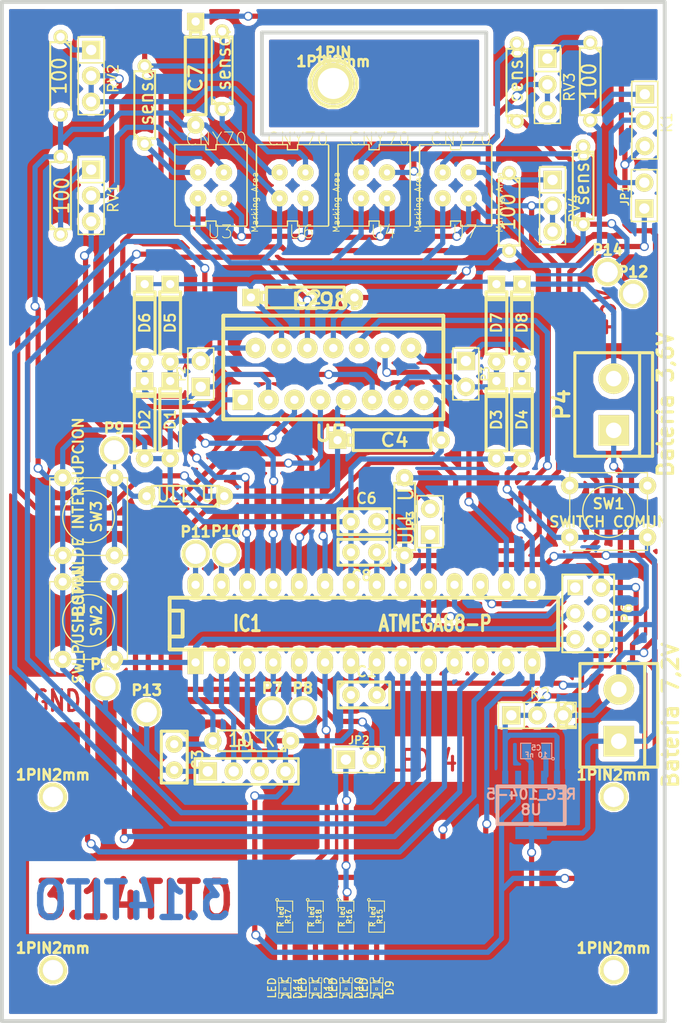
<source format=kicad_pcb>
(kicad_pcb (version 3) (host pcbnew "(2013-05-16 BZR 4016)-stable")
  (layers (15 Front signal) (0 Back signal) (18 B.Paste user) (19 F.Paste user) (20 B.SilkS user) (21 F.SilkS user) (22 B.Mask user) (23 F.Mask user) (28 Edge.Cuts user))
  (net 0 "")
  (net 1 +5V)
  (net 2 +8V)
  (net 3 +BATT)
  (net 4 /ENABLEA)
  (net 5 /ENABLEB)
  (net 6 /IN_1A)
  (net 7 /IN_2A)
  (net 8 /IN_3B)
  (net 9 /IN_4B)
  (net 10 /LED1)
  (net 11 /LED2)
  (net 12 /LED3)
  (net 13 /LED4)
  (net 14 /MOSI)
  (net 15 /MOT_1A)
  (net 16 /MOT_2A)
  (net 17 /MOT_3B)
  (net 18 /MOT_4B)
  (net 19 /RESET)
  (net 20 /RX)
  (net 21 /SCK)
  (net 22 "/SENSOR 1")
  (net 23 "/SENSOR 2")
  (net 24 "/SENSOR 3")
  (net 25 "/SENSOR 4")
  (net 26 "/SENSOR 5")
  (net 27 "/SENSOR 6")
  (net 28 /SERVO)
  (net 29 /TX)
  (net 30 GND)
  (net 31 N-0000013)
  (net 32 N-0000014)
  (net 33 N-0000015)
  (net 34 N-0000016)
  (net 35 N-0000017)
  (net 36 N-0000019)
  (net 37 N-0000020)
  (net 38 N-0000021)
  (net 39 N-0000022)
  (net 40 N-0000033)
  (net 41 N-0000034)
  (net 42 N-0000043)
  (net 43 N-0000045)
  (net 44 N-0000046)
  (net 45 N-0000047)
  (net 46 N-0000050)
  (net 47 N-0000051)
  (net 48 N-0000054)
  (net 49 N-000007)
  (net 50 N-000008)
  (module SW_PUSH_SMALL (layer Front) (at 35.5 117.7 270)
    (fp_text reference SW2 (at 0 -0.762 270) (layer F.SilkS) (effects (font (size 1.016 1.016) (thickness 0.2032))))
    (fp_text value SW_PUSH_SMALL (at 0 1.016 270) (layer F.SilkS) (effects (font (size 1.016 1.016) (thickness 0.2032))))
    (pad 1 thru_hole circle (at 3.81 -2.54 270) (size 1.7 1.7) (drill 0.8128) (layers *.Cu *.Mask F.SilkS) (net 19 /RESET))
    (pad 2 thru_hole circle (at 3.81 2.54 270) (size 1.7 1.7) (drill 0.8128) (layers *.Cu *.Mask F.SilkS) (net 30 GND))
    (pad 1 thru_hole circle (at -3.81 -2.54 270) (size 1.7 1.7) (drill 0.8128) (layers *.Cu *.Mask F.SilkS) (net 19 /RESET))
    (pad 2 thru_hole circle (at -3.81 2.54 270) (size 1.7 1.7) (drill 0.8128) (layers *.Cu *.Mask F.SilkS) (net 30 GND))
  )
  (module SW_PUSH_SMALL (layer Front) (at 35.5 107.5 270)
    (fp_text reference SW3 (at 0 -0.762 270) (layer F.SilkS) (effects (font (size 1.016 1.016) (thickness 0.2032))))
    (fp_text value "BOTON DE INTERRUPCION" (at 0 1.016 270) (layer F.SilkS) (effects (font (size 1.016 1.016) (thickness 0.2032))))
    (pad 1 thru_hole circle (at 3.81 -2.54 270) (size 1.7 1.7) (drill 0.8128) (layers *.Cu *.Mask F.SilkS) (net 38 N-0000021))
    (pad 2 thru_hole circle (at 3.81 2.54 270) (size 1.7 1.7) (drill 0.8128) (layers *.Cu *.Mask F.SilkS) (net 30 GND))
    (pad 1 thru_hole circle (at -3.81 -2.54 270) (size 1.7 1.7) (drill 0.8128) (layers *.Cu *.Mask F.SilkS) (net 38 N-0000021))
    (pad 2 thru_hole circle (at -3.81 2.54 270) (size 1.7 1.7) (drill 0.8128) (layers *.Cu *.Mask F.SilkS) (net 30 GND))
  )
  (module SW_PUSH_SMALL (layer Front) (at 86.5 107)
    (fp_text reference SW1 (at 0 -0.762) (layer F.SilkS) (effects (font (size 1.016 1.016) (thickness 0.2032))))
    (fp_text value "SWITCH COMUN" (at 0 1.016) (layer F.SilkS) (effects (font (size 1.016 1.016) (thickness 0.2032))))
    (pad 1 thru_hole circle (at 3.81 -2.54) (size 1.7 1.7) (drill 0.8128) (layers *.Cu *.Mask F.SilkS) (net 43 N-0000045))
    (pad 2 thru_hole circle (at 3.81 2.54) (size 1.7 1.7) (drill 0.8128) (layers *.Cu *.Mask F.SilkS) (net 30 GND))
    (pad 1 thru_hole circle (at -3.81 -2.54) (size 1.7 1.7) (drill 0.8128) (layers *.Cu *.Mask F.SilkS) (net 43 N-0000045))
    (pad 2 thru_hole circle (at -3.81 2.54) (size 1.7 1.7) (drill 0.8128) (layers *.Cu *.Mask F.SilkS) (net 30 GND))
  )
  (module SOT223-5 (layer Back) (at 78.9 135.5)
    (fp_text reference U8 (at 0 0.762) (layer B.SilkS) (effects (font (size 1.016 1.016) (thickness 0.2032)) (justify mirror)))
    (fp_text value REG_104-5 (at 0 -0.762) (layer B.SilkS) (effects (font (size 1.016 1.016) (thickness 0.2032)) (justify mirror)))
    (pad 2 smd rect (at -1.27 -2.413) (size 0.59944 1.30048) (layers Back B.Paste B.Mask) (net 1 +5V))
    (pad 1 smd rect (at -2.54 -2.413) (size 0.59944 1.30048) (layers Back B.Paste B.Mask) (net 48 N-0000054))
    (pad 5 smd rect (at 2.54 -2.413) (size 0.59944 1.30048) (layers Back B.Paste B.Mask) (net 48 N-0000054))
    (pad 4 smd rect (at 1.27 -2.413) (size 0.59944 1.30048) (layers Back B.Paste B.Mask) (net 42 N-0000043))
    (pad 3 smd rect (at 0 -2.413) (size 0.59944 1.30048) (layers Back B.Paste B.Mask) (net 30 GND))
    (pad 3 smd rect (at 0 3.048) (size 3.0988 1.19888) (layers Back B.Paste B.Mask) (net 30 GND))
  )
  (module R3 (layer Front) (at 51.5 129.5 180)
    (fp_text reference R14 hide)
    (fp_text value "10 K" (at 0 0.127 180) (layer F.SilkS) (effects (font (size 1.397 1.27) (thickness 0.2032))))
    (pad 1 thru_hole circle (at -3.81 0 180) (size 1.7 1.7) (drill 0.8128) (layers *.Cu *.Mask F.SilkS) (net 1 +5V))
    (pad 2 thru_hole circle (at 3.81 0 180) (size 1.7 1.7) (drill 0.8128) (layers *.Cu *.Mask F.SilkS) (net 19 /RESET))
  )
  (module R3 (layer Front) (at 66.5 107.5 90)
    (fp_text reference R3 hide)
    (fp_text value "PULL UP" (at 0 0.127 90) (layer F.SilkS) (effects (font (size 1.397 1.27) (thickness 0.2032))))
    (pad 1 thru_hole circle (at -3.81 0 90) (size 1.7 1.7) (drill 0.8128) (layers *.Cu *.Mask F.SilkS) (net 1 +5V))
    (pad 2 thru_hole circle (at 3.81 0 90) (size 1.7 1.7) (drill 0.8128) (layers *.Cu *.Mask F.SilkS) (net 43 N-0000045))
  )
  (module R3 (layer Front) (at 45 105.5 180)
    (fp_text reference R19 hide)
    (fp_text value "PULL UP" (at 0 0.127 180) (layer F.SilkS) (effects (font (size 1.397 1.27) (thickness 0.2032))))
    (pad 1 thru_hole circle (at -3.81 0 180) (size 1.7 1.7) (drill 0.8128) (layers *.Cu *.Mask F.SilkS) (net 1 +5V))
    (pad 2 thru_hole circle (at 3.81 0 180) (size 1.7 1.7) (drill 0.8128) (layers *.Cu *.Mask F.SilkS) (net 38 N-0000021))
  )
  (module pin_array_3x2 (layer Front) (at 84.5 117 270)
    (fp_text reference P6 (at 0 -3.81 270) (layer F.SilkS) (effects (font (size 1.016 1.016) (thickness 0.2032))))
    (fp_text value Programador hide)
    (pad 1 thru_hole rect (at -2.54 1.27 270) (size 1.524 1.524) (drill 1.016) (layers *.Cu *.Mask F.SilkS) (net 13 /LED4))
    (pad 2 thru_hole circle (at -2.54 -1.27 270) (size 1.8 1.8) (drill 1.016) (layers *.Cu *.Mask F.SilkS) (net 1 +5V))
    (pad 3 thru_hole circle (at 0 1.27 270) (size 1.8 1.8) (drill 1.016) (layers *.Cu *.Mask F.SilkS) (net 21 /SCK))
    (pad 4 thru_hole circle (at 0 -1.27 270) (size 1.8 1.8) (drill 1.016) (layers *.Cu *.Mask F.SilkS) (net 14 /MOSI))
    (pad 5 thru_hole circle (at 2.54 1.27 270) (size 1.8 1.8) (drill 1.016) (layers *.Cu *.Mask F.SilkS) (net 19 /RESET))
    (pad 6 thru_hole circle (at 2.54 -1.27 270) (size 1.8 1.8) (drill 1.016) (layers *.Cu *.Mask F.SilkS) (net 30 GND))
  )
  (module PIN_ARRAY_3X1 (layer Front) (at 79.5 127)
    (fp_text reference K2 (at 0.254 -2.159) (layer F.SilkS) (effects (font (size 1.016 1.016) (thickness 0.1524))))
    (fp_text value "Jumper con doble posicion" hide)
    (pad 1 thru_hole rect (at -2.54 0) (size 1.8 1.8) (drill 1.016) (layers *.Cu *.Mask F.SilkS) (net 48 N-0000054))
    (pad 2 thru_hole circle (at 0 0) (size 1.8 1.8) (drill 1.016) (layers *.Cu *.Mask F.SilkS) (net 48 N-0000054))
    (pad 3 thru_hole circle (at 2.54 0) (size 1.8 1.8) (drill 1.016) (layers *.Cu *.Mask F.SilkS) (net 2 +8V))
  )
  (module PIN_ARRAY_3X1 (layer Front) (at 80.5 65.1 270)
    (fp_text reference RV3 (at 0.254 -2.159 270) (layer F.SilkS) (effects (font (size 1.016 1.016) (thickness 0.1524))))
    (fp_text value POT hide)
    (pad 1 thru_hole rect (at -2.54 0 270) (size 1.8 1.8) (drill 1.016) (layers *.Cu *.Mask F.SilkS) (net 45 N-0000047))
    (pad 2 thru_hole circle (at 0 0 270) (size 1.8 1.8) (drill 1.016) (layers *.Cu *.Mask F.SilkS) (net 24 "/SENSOR 3"))
    (pad 3 thru_hole circle (at 2.54 0 270) (size 1.8 1.8) (drill 1.016) (layers *.Cu *.Mask F.SilkS) (net 24 "/SENSOR 3"))
  )
  (module PIN_ARRAY_3X1 (layer Front) (at 35.75 76 270)
    (fp_text reference RV1 (at 0.254 -2.159 270) (layer F.SilkS) (effects (font (size 1.016 1.016) (thickness 0.1524))))
    (fp_text value POT hide)
    (pad 1 thru_hole rect (at -2.54 0 270) (size 1.8 1.8) (drill 1.016) (layers *.Cu *.Mask F.SilkS) (net 44 N-0000046))
    (pad 2 thru_hole circle (at 0 0 270) (size 1.8 1.8) (drill 1.016) (layers *.Cu *.Mask F.SilkS) (net 22 "/SENSOR 1"))
    (pad 3 thru_hole circle (at 2.54 0 270) (size 1.8 1.8) (drill 1.016) (layers *.Cu *.Mask F.SilkS) (net 22 "/SENSOR 1"))
  )
  (module PIN_ARRAY_3X1 (layer Front) (at 90.05 68.6 270)
    (fp_text reference K1 (at 0.254 -2.159 270) (layer F.SilkS) (effects (font (size 1.016 1.016) (thickness 0.1524))))
    (fp_text value Servo hide)
    (pad 1 thru_hole rect (at -2.54 0 270) (size 1.8 1.8) (drill 1.016) (layers *.Cu *.Mask F.SilkS) (net 30 GND))
    (pad 2 thru_hole circle (at 0 0 270) (size 1.8 1.8) (drill 1.016) (layers *.Cu *.Mask F.SilkS) (net 28 /SERVO))
    (pad 3 thru_hole circle (at 2.54 0 270) (size 1.8 1.8) (drill 1.016) (layers *.Cu *.Mask F.SilkS) (net 2 +8V))
  )
  (module PIN_ARRAY_3X1 (layer Front) (at 81 77 270)
    (fp_text reference RV4 (at 0.254 -2.159 270) (layer F.SilkS) (effects (font (size 1.016 1.016) (thickness 0.1524))))
    (fp_text value POT hide)
    (pad 1 thru_hole rect (at -2.54 0 270) (size 1.8 1.8) (drill 1.016) (layers *.Cu *.Mask F.SilkS) (net 40 N-0000033))
    (pad 2 thru_hole circle (at 0 0 270) (size 1.8 1.8) (drill 1.016) (layers *.Cu *.Mask F.SilkS) (net 25 "/SENSOR 4"))
    (pad 3 thru_hole circle (at 2.54 0 270) (size 1.8 1.8) (drill 1.016) (layers *.Cu *.Mask F.SilkS) (net 25 "/SENSOR 4"))
  )
  (module PIN_ARRAY_3X1 (layer Front) (at 35.75 64.25 270)
    (fp_text reference RV2 (at 0.254 -2.159 270) (layer F.SilkS) (effects (font (size 1.016 1.016) (thickness 0.1524))))
    (fp_text value POT hide)
    (pad 1 thru_hole rect (at -2.54 0 270) (size 1.8 1.8) (drill 1.016) (layers *.Cu *.Mask F.SilkS) (net 41 N-0000034))
    (pad 2 thru_hole circle (at 0 0 270) (size 1.8 1.8) (drill 1.016) (layers *.Cu *.Mask F.SilkS) (net 23 "/SENSOR 2"))
    (pad 3 thru_hole circle (at 2.54 0 270) (size 1.8 1.8) (drill 1.016) (layers *.Cu *.Mask F.SilkS) (net 23 "/SENSOR 2"))
  )
  (module PIN_ARRAY_2X1 (layer Front) (at 62 131.35)
    (fp_text reference JP2 (at 0 -1.905) (layer F.SilkS) (effects (font (size 0.762 0.762) (thickness 0.1524))))
    (fp_text value JUMPER hide)
    (pad 1 thru_hole rect (at -1.27 0) (size 1.8 1.8) (drill 1.016) (layers *.Cu *.Mask F.SilkS) (net 39 N-0000022))
    (pad 2 thru_hole circle (at 1.27 0) (size 1.8 1.8) (drill 1.016) (layers *.Cu *.Mask F.SilkS) (net 13 /LED4))
  )
  (module PIN_ARRAY_2X1 (layer Front) (at 46.5 93.5 90)
    (fp_text reference P2 (at 0 -1.905 90) (layer F.SilkS) (effects (font (size 0.762 0.762) (thickness 0.1524))))
    (fp_text value "Motor 1" hide)
    (pad 1 thru_hole rect (at -1.27 0 90) (size 1.8 1.8) (drill 1.016) (layers *.Cu *.Mask F.SilkS) (net 16 /MOT_2A))
    (pad 2 thru_hole circle (at 1.27 0 90) (size 1.8 1.8) (drill 1.016) (layers *.Cu *.Mask F.SilkS) (net 15 /MOT_1A))
  )
  (module PIN_ARRAY_2X1 (layer Front) (at 90 76 90)
    (fp_text reference JP1 (at 0 -1.905 90) (layer F.SilkS) (effects (font (size 0.762 0.762) (thickness 0.1524))))
    (fp_text value JUMPER hide)
    (pad 1 thru_hole rect (at -1.27 0 90) (size 1.8 1.8) (drill 1.016) (layers *.Cu *.Mask F.SilkS) (net 14 /MOSI))
    (pad 2 thru_hole circle (at 1.27 0 90) (size 1.8 1.8) (drill 1.016) (layers *.Cu *.Mask F.SilkS) (net 28 /SERVO))
  )
  (module LED-0805 (layer Front) (at 57.75 153.75 270)
    (fp_text reference D12 (at 0 -1.27 270) (layer F.SilkS) (effects (font (size 0.762 0.762) (thickness 0.127))))
    (fp_text value LED (at 0 1.27 270) (layer F.SilkS) (effects (font (size 0.762 0.762) (thickness 0.127))))
    (pad 1 smd rect (at -1.04902 0 270) (size 1.19888 1.19888) (layers Front F.Paste F.Mask) (net 32 N-0000014))
    (pad 2 smd rect (at 1.04902 0 270) (size 1.19888 1.19888) (layers Front F.Paste F.Mask) (net 30 GND))
  )
  (module LED-0805 (layer Front) (at 63.75 153.75 270)
    (fp_text reference D9 (at 0 -1.27 270) (layer F.SilkS) (effects (font (size 0.762 0.762) (thickness 0.127))))
    (fp_text value LED (at 0 1.27 270) (layer F.SilkS) (effects (font (size 0.762 0.762) (thickness 0.127))))
    (pad 1 smd rect (at -1.04902 0 270) (size 1.19888 1.19888) (layers Front F.Paste F.Mask) (net 35 N-0000017))
    (pad 2 smd rect (at 1.04902 0 270) (size 1.19888 1.19888) (layers Front F.Paste F.Mask) (net 30 GND))
  )
  (module LED-0805 (layer Front) (at 54.75 153.75 270)
    (fp_text reference D11 (at 0 -1.27 270) (layer F.SilkS) (effects (font (size 0.762 0.762) (thickness 0.127))))
    (fp_text value LED (at 0 1.27 270) (layer F.SilkS) (effects (font (size 0.762 0.762) (thickness 0.127))))
    (pad 1 smd rect (at -1.04902 0 270) (size 1.19888 1.19888) (layers Front F.Paste F.Mask) (net 33 N-0000015))
    (pad 2 smd rect (at 1.04902 0 270) (size 1.19888 1.19888) (layers Front F.Paste F.Mask) (net 30 GND))
  )
  (module LED-0805 (layer Front) (at 60.75 153.75 270)
    (fp_text reference D10 (at 0 -1.27 270) (layer F.SilkS) (effects (font (size 0.762 0.762) (thickness 0.127))))
    (fp_text value LED (at 0 1.27 270) (layer F.SilkS) (effects (font (size 0.762 0.762) (thickness 0.127))))
    (pad 1 smd rect (at -1.04902 0 270) (size 1.19888 1.19888) (layers Front F.Paste F.Mask) (net 34 N-0000016))
    (pad 2 smd rect (at 1.04902 0 270) (size 1.19888 1.19888) (layers Front F.Paste F.Mask) (net 30 GND))
  )
  (module L298D (layer Front) (at 59.5 93.5)
    (fp_text reference U5 (at -0.254 5.842) (layer F.SilkS) (effects (font (size 1.524 1.524) (thickness 0.3048))))
    (fp_text value L298D (at -0.508 -7.112) (layer F.SilkS) (effects (font (size 1.524 1.524) (thickness 0.3048))))
    (pad 1 thru_hole rect (at -8.89 2.54) (size 1.99898 1.99898) (drill 1.016) (layers *.Cu *.Mask F.SilkS) (net 30 GND))
    (pad 2 thru_hole circle (at -7.62 -2.54) (size 1.99898 1.99898) (drill 0.8128) (layers *.Cu *.Mask F.SilkS) (net 15 /MOT_1A))
    (pad 3 thru_hole circle (at -6.35 2.54) (size 1.99898 1.99898) (drill 0.8128) (layers *.Cu *.Mask F.SilkS) (net 16 /MOT_2A))
    (pad 4 thru_hole circle (at -5.08 -2.54) (size 1.99898 1.99898) (drill 0.8128) (layers *.Cu *.Mask F.SilkS) (net 3 +BATT))
    (pad 5 thru_hole circle (at -3.81 2.54) (size 1.99898 1.99898) (drill 0.8128) (layers *.Cu *.Mask F.SilkS) (net 6 /IN_1A))
    (pad 6 thru_hole circle (at -2.54 -2.54) (size 1.99898 1.99898) (drill 0.8128) (layers *.Cu *.Mask F.SilkS) (net 4 /ENABLEA))
    (pad 7 thru_hole circle (at -1.27 2.54) (size 1.99898 1.99898) (drill 0.8128) (layers *.Cu *.Mask F.SilkS) (net 7 /IN_2A))
    (pad 8 thru_hole circle (at 0 -2.54) (size 1.99898 1.99898) (drill 0.8128) (layers *.Cu *.Mask F.SilkS) (net 30 GND))
    (pad 9 thru_hole circle (at 1.27 2.54) (size 1.99898 1.99898) (drill 0.8128) (layers *.Cu *.Mask F.SilkS) (net 1 +5V))
    (pad 10 thru_hole circle (at 2.54 -2.54) (size 1.99898 1.99898) (drill 0.8128) (layers *.Cu *.Mask F.SilkS) (net 8 /IN_3B))
    (pad 11 thru_hole circle (at 3.81 2.54) (size 1.99898 1.99898) (drill 0.8128) (layers *.Cu *.Mask F.SilkS) (net 5 /ENABLEB))
    (pad 12 thru_hole circle (at 5.08 -2.54) (size 1.99898 1.99898) (drill 0.8128) (layers *.Cu *.Mask F.SilkS) (net 9 /IN_4B))
    (pad 13 thru_hole circle (at 6.35 2.54) (size 1.99898 1.99898) (drill 0.8128) (layers *.Cu *.Mask F.SilkS) (net 17 /MOT_3B))
    (pad 14 thru_hole circle (at 7.62 -2.54) (size 1.99898 1.99898) (drill 0.8128) (layers *.Cu *.Mask F.SilkS) (net 18 /MOT_4B))
    (pad 15 thru_hole circle (at 8.89 2.54) (size 1.99898 1.99898) (drill 0.8128) (layers *.Cu *.Mask F.SilkS) (net 30 GND))
  )
  (module DIP-28__300_ELL (layer Front) (at 62.5 118)
    (fp_text reference IC1 (at -11.43 0) (layer F.SilkS) (effects (font (size 1.524 1.143) (thickness 0.3048))))
    (fp_text value ATMEGA88-P (at 6.985 0) (layer F.SilkS) (effects (font (size 1.524 1.143) (thickness 0.3048))))
    (pad 2 thru_hole oval (at -13.97 3.81) (size 1.5748 2.286) (drill 0.8128) (layers *.Cu *.Mask F.SilkS) (net 20 /RX))
    (pad 3 thru_hole oval (at -11.43 3.81) (size 1.5748 2.286) (drill 0.8128) (layers *.Cu *.Mask F.SilkS) (net 29 /TX))
    (pad 4 thru_hole oval (at -8.89 3.81) (size 1.5748 2.286) (drill 0.8128) (layers *.Cu *.Mask F.SilkS) (net 37 N-0000020))
    (pad 5 thru_hole oval (at -6.35 3.81) (size 1.5748 2.286) (drill 0.8128) (layers *.Cu *.Mask F.SilkS) (net 36 N-0000019))
    (pad 6 thru_hole oval (at -3.81 3.81) (size 1.5748 2.286) (drill 0.8128) (layers *.Cu *.Mask F.SilkS) (net 11 /LED2))
    (pad 7 thru_hole oval (at -1.27 3.81) (size 1.5748 2.286) (drill 0.8128) (layers *.Cu *.Mask F.SilkS) (net 1 +5V))
    (pad 8 thru_hole oval (at 1.27 3.81) (size 1.5748 2.286) (drill 0.8128) (layers *.Cu *.Mask F.SilkS) (net 30 GND))
    (pad 9 thru_hole oval (at 3.81 3.81) (size 1.5748 2.286) (drill 0.8128) (layers *.Cu *.Mask F.SilkS) (net 4 /ENABLEA))
    (pad 10 thru_hole oval (at 6.35 3.81) (size 1.5748 2.286) (drill 0.8128) (layers *.Cu *.Mask F.SilkS) (net 5 /ENABLEB))
    (pad 11 thru_hole oval (at 8.89 3.81) (size 1.5748 2.286) (drill 0.8128) (layers *.Cu *.Mask F.SilkS) (net 7 /IN_2A))
    (pad 12 thru_hole oval (at 11.43 3.81) (size 1.5748 2.286) (drill 0.8128) (layers *.Cu *.Mask F.SilkS) (net 6 /IN_1A))
    (pad 13 thru_hole oval (at 13.97 3.81) (size 1.5748 2.286) (drill 0.8128) (layers *.Cu *.Mask F.SilkS) (net 12 /LED3))
    (pad 14 thru_hole oval (at 16.51 3.81) (size 1.5748 2.286) (drill 0.8128) (layers *.Cu *.Mask F.SilkS) (net 10 /LED1))
    (pad 1 thru_hole rect (at -16.51 3.81) (size 1.5748 2.286) (drill 0.8128) (layers *.Cu *.Mask F.SilkS) (net 19 /RESET))
    (pad 15 thru_hole oval (at 16.51 -3.81) (size 1.5748 2.286) (drill 0.8128) (layers *.Cu *.Mask F.SilkS) (net 8 /IN_3B))
    (pad 16 thru_hole oval (at 13.97 -3.81) (size 1.5748 2.286) (drill 0.8128) (layers *.Cu *.Mask F.SilkS) (net 9 /IN_4B))
    (pad 17 thru_hole oval (at 11.43 -3.81) (size 1.5748 2.286) (drill 0.8128) (layers *.Cu *.Mask F.SilkS) (net 14 /MOSI))
    (pad 18 thru_hole oval (at 8.89 -3.81) (size 1.5748 2.286) (drill 0.8128) (layers *.Cu *.Mask F.SilkS) (net 13 /LED4))
    (pad 19 thru_hole oval (at 6.35 -3.81) (size 1.5748 2.286) (drill 0.8128) (layers *.Cu *.Mask F.SilkS) (net 21 /SCK))
    (pad 20 thru_hole oval (at 3.81 -3.81) (size 1.5748 2.286) (drill 0.8128) (layers *.Cu *.Mask F.SilkS) (net 1 +5V))
    (pad 21 thru_hole oval (at 1.27 -3.81) (size 1.5748 2.286) (drill 0.8128) (layers *.Cu *.Mask F.SilkS) (net 31 N-0000013))
    (pad 22 thru_hole oval (at -1.27 -3.81) (size 1.5748 2.286) (drill 0.8128) (layers *.Cu *.Mask F.SilkS) (net 30 GND))
    (pad 23 thru_hole oval (at -3.81 -3.81) (size 1.5748 2.286) (drill 0.8128) (layers *.Cu *.Mask F.SilkS) (net 25 "/SENSOR 4"))
    (pad 24 thru_hole oval (at -6.35 -3.81) (size 1.5748 2.286) (drill 0.8128) (layers *.Cu *.Mask F.SilkS) (net 24 "/SENSOR 3"))
    (pad 25 thru_hole oval (at -8.89 -3.81) (size 1.5748 2.286) (drill 0.8128) (layers *.Cu *.Mask F.SilkS) (net 23 "/SENSOR 2"))
    (pad 26 thru_hole oval (at -11.43 -3.81) (size 1.5748 2.286) (drill 0.8128) (layers *.Cu *.Mask F.SilkS) (net 22 "/SENSOR 1"))
    (pad 27 thru_hole oval (at -13.97 -3.81) (size 1.5748 2.286) (drill 0.8128) (layers *.Cu *.Mask F.SilkS) (net 26 "/SENSOR 5"))
    (pad 28 thru_hole oval (at -16.51 -3.81) (size 1.5748 2.286) (drill 0.8128) (layers *.Cu *.Mask F.SilkS) (net 27 "/SENSOR 6"))
  )
  (module D3 (layer Front) (at 43.5 88.5 90)
    (fp_text reference D5 (at 0 0 90) (layer F.SilkS) (effects (font (size 1.016 1.016) (thickness 0.2032))))
    (fp_text value DIODE hide)
    (pad 2 thru_hole rect (at 3.81 0 90) (size 1.7 1.7) (drill 0.8128) (layers *.Cu *.Mask F.SilkS) (net 3 +BATT))
    (pad 1 thru_hole circle (at -3.81 0 90) (size 1.7 1.7) (drill 0.8128) (layers *.Cu *.Mask F.SilkS) (net 15 /MOT_1A))
  )
  (module D3 (layer Front) (at 75.5 88.5 90)
    (fp_text reference D7 (at 0 0 90) (layer F.SilkS) (effects (font (size 1.016 1.016) (thickness 0.2032))))
    (fp_text value DIODE hide)
    (pad 2 thru_hole rect (at 3.81 0 90) (size 1.7 1.7) (drill 0.8128) (layers *.Cu *.Mask F.SilkS) (net 3 +BATT))
    (pad 1 thru_hole circle (at -3.81 0 90) (size 1.7 1.7) (drill 0.8128) (layers *.Cu *.Mask F.SilkS) (net 17 /MOT_3B))
  )
  (module D3 (layer Front) (at 75.5 98 90)
    (fp_text reference D3 (at 0 0 90) (layer F.SilkS) (effects (font (size 1.016 1.016) (thickness 0.2032))))
    (fp_text value DIODE hide)
    (pad 2 thru_hole rect (at 3.81 0 90) (size 1.7 1.7) (drill 0.8128) (layers *.Cu *.Mask F.SilkS) (net 17 /MOT_3B))
    (pad 1 thru_hole circle (at -3.81 0 90) (size 1.7 1.7) (drill 0.8128) (layers *.Cu *.Mask F.SilkS) (net 30 GND))
  )
  (module D3 (layer Front) (at 78 98 90)
    (fp_text reference D4 (at 0 0 90) (layer F.SilkS) (effects (font (size 1.016 1.016) (thickness 0.2032))))
    (fp_text value DIODE hide)
    (pad 2 thru_hole rect (at 3.81 0 90) (size 1.7 1.7) (drill 0.8128) (layers *.Cu *.Mask F.SilkS) (net 18 /MOT_4B))
    (pad 1 thru_hole circle (at -3.81 0 90) (size 1.7 1.7) (drill 0.8128) (layers *.Cu *.Mask F.SilkS) (net 30 GND))
  )
  (module D3 (layer Front) (at 78 88.5 90)
    (fp_text reference D8 (at 0 0 90) (layer F.SilkS) (effects (font (size 1.016 1.016) (thickness 0.2032))))
    (fp_text value DIODE hide)
    (pad 2 thru_hole rect (at 3.81 0 90) (size 1.7 1.7) (drill 0.8128) (layers *.Cu *.Mask F.SilkS) (net 3 +BATT))
    (pad 1 thru_hole circle (at -3.81 0 90) (size 1.7 1.7) (drill 0.8128) (layers *.Cu *.Mask F.SilkS) (net 18 /MOT_4B))
  )
  (module D3 (layer Front) (at 43.5 98 90)
    (fp_text reference D1 (at 0 0 90) (layer F.SilkS) (effects (font (size 1.016 1.016) (thickness 0.2032))))
    (fp_text value DIODE hide)
    (pad 2 thru_hole rect (at 3.81 0 90) (size 1.7 1.7) (drill 0.8128) (layers *.Cu *.Mask F.SilkS) (net 15 /MOT_1A))
    (pad 1 thru_hole circle (at -3.81 0 90) (size 1.7 1.7) (drill 0.8128) (layers *.Cu *.Mask F.SilkS) (net 30 GND))
  )
  (module D3 (layer Front) (at 41 98 90)
    (fp_text reference D2 (at 0 0 90) (layer F.SilkS) (effects (font (size 1.016 1.016) (thickness 0.2032))))
    (fp_text value DIODE hide)
    (pad 2 thru_hole rect (at 3.81 0 90) (size 1.7 1.7) (drill 0.8128) (layers *.Cu *.Mask F.SilkS) (net 16 /MOT_2A))
    (pad 1 thru_hole circle (at -3.81 0 90) (size 1.7 1.7) (drill 0.8128) (layers *.Cu *.Mask F.SilkS) (net 30 GND))
  )
  (module D3 (layer Front) (at 41 88.5 90)
    (fp_text reference D6 (at 0 0 90) (layer F.SilkS) (effects (font (size 1.016 1.016) (thickness 0.2032))))
    (fp_text value DIODE hide)
    (pad 2 thru_hole rect (at 3.81 0 90) (size 1.7 1.7) (drill 0.8128) (layers *.Cu *.Mask F.SilkS) (net 3 +BATT))
    (pad 1 thru_hole circle (at -3.81 0 90) (size 1.7 1.7) (drill 0.8128) (layers *.Cu *.Mask F.SilkS) (net 16 /MOT_2A))
  )
  (module CP4 (layer Front) (at 46 64 270)
    (fp_text reference C7 (at 0.508 0 270) (layer F.SilkS) (effects (font (size 1.27 1.397) (thickness 0.254))))
    (fp_text value 100uF hide)
    (pad 1 thru_hole rect (at -5.08 0 270) (size 1.7 1.7) (drill 0.8128) (layers *.Cu *.Mask F.SilkS) (net 2 +8V))
    (pad 2 thru_hole circle (at 5.08 0 270) (size 1.7 1.7) (drill 0.8128) (layers *.Cu *.Mask F.SilkS) (net 30 GND))
  )
  (module CP4 (layer Front) (at 65 100)
    (fp_text reference C4 (at 0.508 0) (layer F.SilkS) (effects (font (size 1.27 1.397) (thickness 0.254))))
    (fp_text value "220 uF" hide)
    (pad 1 thru_hole rect (at -5.08 0) (size 1.7 1.7) (drill 0.8128) (layers *.Cu *.Mask F.SilkS) (net 1 +5V))
    (pad 2 thru_hole circle (at 5.08 0) (size 1.7 1.7) (drill 0.8128) (layers *.Cu *.Mask F.SilkS) (net 30 GND))
  )
  (module CP4 (layer Front) (at 56.5 86)
    (fp_text reference C2 (at 0.508 0) (layer F.SilkS) (effects (font (size 1.27 1.397) (thickness 0.254))))
    (fp_text value "1000 uF" hide)
    (pad 1 thru_hole rect (at -5.08 0) (size 1.7 1.7) (drill 0.8128) (layers *.Cu *.Mask F.SilkS) (net 3 +BATT))
    (pad 2 thru_hole circle (at 5.08 0) (size 1.7 1.7) (drill 0.8128) (layers *.Cu *.Mask F.SilkS) (net 30 GND))
  )
  (module cny70-4 (layer Front) (at 63.5 75)
    (fp_text reference U4 (at 0.889 4.55422) (layer F.SilkS) (effects (font (size 1.27 1.27) (thickness 0.0889))))
    (fp_text value CNY70 (at 0.508 -4.55422) (layer F.SilkS) (effects (font (size 1.27 1.27) (thickness 0.0889))))
    (fp_text user "Marking Area" (at 4.30276 1.65608 270) (layer F.SilkS) (effects (font (size 0.6096 0.6096) (thickness 0.0889))))
    (pad A thru_hole circle (at -1.27 -1.27) (size 1.6 1.6) (drill 0.6096) (layers *.Cu F.Paste F.SilkS F.Mask) (net 49 N-000007))
    (pad C thru_hole circle (at 1.27 1.27) (size 1.6 1.6) (drill 0.6096) (layers *.Cu F.Paste F.SilkS F.Mask) (net 1 +5V))
    (pad E thru_hole circle (at 1.27 -1.27) (size 1.6 1.6) (drill 0.6096) (layers *.Cu F.Paste F.SilkS F.Mask) (net 24 "/SENSOR 3"))
    (pad K thru_hole circle (at -1.27 1.27) (size 1.6 1.6) (drill 0.6096) (layers *.Cu F.Paste F.SilkS F.Mask) (net 30 GND))
  )
  (module cny70-4 (layer Front) (at 47.5 75)
    (fp_text reference U3 (at 0.889 4.55422) (layer F.SilkS) (effects (font (size 1.27 1.27) (thickness 0.0889))))
    (fp_text value CNY70 (at 0.508 -4.55422) (layer F.SilkS) (effects (font (size 1.27 1.27) (thickness 0.0889))))
    (fp_text user "Marking Area" (at 4.30276 1.65608 270) (layer F.SilkS) (effects (font (size 0.6096 0.6096) (thickness 0.0889))))
    (pad A thru_hole circle (at -1.27 -1.27) (size 1.6 1.6) (drill 0.6096) (layers *.Cu F.Paste F.SilkS F.Mask) (net 50 N-000008))
    (pad C thru_hole circle (at 1.27 1.27) (size 1.6 1.6) (drill 0.6096) (layers *.Cu F.Paste F.SilkS F.Mask) (net 1 +5V))
    (pad E thru_hole circle (at 1.27 -1.27) (size 1.6 1.6) (drill 0.6096) (layers *.Cu F.Paste F.SilkS F.Mask) (net 22 "/SENSOR 1"))
    (pad K thru_hole circle (at -1.27 1.27) (size 1.6 1.6) (drill 0.6096) (layers *.Cu F.Paste F.SilkS F.Mask) (net 30 GND))
  )
  (module cny70-4 (layer Front) (at 71.5 75)
    (fp_text reference U7 (at 0.889 4.55422) (layer F.SilkS) (effects (font (size 1.27 1.27) (thickness 0.0889))))
    (fp_text value CNY70 (at 0.508 -4.55422) (layer F.SilkS) (effects (font (size 1.27 1.27) (thickness 0.0889))))
    (fp_text user "Marking Area" (at 4.30276 1.65608 270) (layer F.SilkS) (effects (font (size 0.6096 0.6096) (thickness 0.0889))))
    (pad A thru_hole circle (at -1.27 -1.27) (size 1.6 1.6) (drill 0.6096) (layers *.Cu F.Paste F.SilkS F.Mask) (net 46 N-0000050))
    (pad C thru_hole circle (at 1.27 1.27) (size 1.6 1.6) (drill 0.6096) (layers *.Cu F.Paste F.SilkS F.Mask) (net 1 +5V))
    (pad E thru_hole circle (at 1.27 -1.27) (size 1.6 1.6) (drill 0.6096) (layers *.Cu F.Paste F.SilkS F.Mask) (net 25 "/SENSOR 4"))
    (pad K thru_hole circle (at -1.27 1.27) (size 1.6 1.6) (drill 0.6096) (layers *.Cu F.Paste F.SilkS F.Mask) (net 30 GND))
  )
  (module cny70-4 (layer Front) (at 55.5 75)
    (fp_text reference U6 (at 0.889 4.55422) (layer F.SilkS) (effects (font (size 1.27 1.27) (thickness 0.0889))))
    (fp_text value CNY70 (at 0.508 -4.55422) (layer F.SilkS) (effects (font (size 1.27 1.27) (thickness 0.0889))))
    (fp_text user "Marking Area" (at 4.30276 1.65608 270) (layer F.SilkS) (effects (font (size 0.6096 0.6096) (thickness 0.0889))))
    (pad A thru_hole circle (at -1.27 -1.27) (size 1.6 1.6) (drill 0.6096) (layers *.Cu F.Paste F.SilkS F.Mask) (net 47 N-0000051))
    (pad C thru_hole circle (at 1.27 1.27) (size 1.6 1.6) (drill 0.6096) (layers *.Cu F.Paste F.SilkS F.Mask) (net 1 +5V))
    (pad E thru_hole circle (at 1.27 -1.27) (size 1.6 1.6) (drill 0.6096) (layers *.Cu F.Paste F.SilkS F.Mask) (net 23 "/SENSOR 2"))
    (pad K thru_hole circle (at -1.27 1.27) (size 1.6 1.6) (drill 0.6096) (layers *.Cu F.Paste F.SilkS F.Mask) (net 30 GND))
  )
  (module C1 (layer Front) (at 62.5 125)
    (fp_text reference C1 (at 0.254 -2.286) (layer F.SilkS) (effects (font (size 1.016 1.016) (thickness 0.2032))))
    (fp_text value "100 nF" hide)
    (pad 1 thru_hole circle (at -1.27 0) (size 1.7 1.7) (drill 0.8128) (layers *.Cu *.Mask F.SilkS) (net 1 +5V))
    (pad 2 thru_hole circle (at 1.27 0) (size 1.7 1.7) (drill 0.8128) (layers *.Cu *.Mask F.SilkS) (net 30 GND))
  )
  (module C1 (layer Front) (at 62.5 111 180)
    (fp_text reference C8 (at 0.254 -2.286 180) (layer F.SilkS) (effects (font (size 1.016 1.016) (thickness 0.2032))))
    (fp_text value 100nF hide)
    (pad 1 thru_hole circle (at -1.27 0 180) (size 1.7 1.7) (drill 0.8128) (layers *.Cu *.Mask F.SilkS) (net 31 N-0000013))
    (pad 2 thru_hole circle (at 1.27 0 180) (size 1.7 1.7) (drill 0.8128) (layers *.Cu *.Mask F.SilkS) (net 30 GND))
  )
  (module C1 (layer Front) (at 43.9 131.1 270)
    (fp_text reference C3 (at 0.254 -2.286 270) (layer F.SilkS) (effects (font (size 1.016 1.016) (thickness 0.2032))))
    (fp_text value 100n hide)
    (pad 1 thru_hole circle (at -1.27 0 270) (size 1.7 1.7) (drill 0.8128) (layers *.Cu *.Mask F.SilkS) (net 19 /RESET))
    (pad 2 thru_hole circle (at 1.27 0 270) (size 1.7 1.7) (drill 0.8128) (layers *.Cu *.Mask F.SilkS) (net 30 GND))
  )
  (module C1 (layer Front) (at 62.5 108)
    (fp_text reference C6 (at 0.254 -2.286) (layer F.SilkS) (effects (font (size 1.016 1.016) (thickness 0.2032))))
    (fp_text value 100nF hide)
    (pad 1 thru_hole circle (at -1.27 0) (size 1.7 1.7) (drill 0.8128) (layers *.Cu *.Mask F.SilkS) (net 30 GND))
    (pad 2 thru_hole circle (at 1.27 0) (size 1.7 1.7) (drill 0.8128) (layers *.Cu *.Mask F.SilkS) (net 1 +5V))
  )
  (module bornier2 (layer Front) (at 87 96.5 90)
    (fp_text reference P4 (at 0 -5.08 90) (layer F.SilkS) (effects (font (size 1.524 1.524) (thickness 0.3048))))
    (fp_text value "Bateria 3,6V" (at 0 5.08 90) (layer F.SilkS) (effects (font (size 1.524 1.524) (thickness 0.3048))))
    (pad 1 thru_hole rect (at -2.54 0 90) (size 3 3) (drill 1.524) (layers *.Cu *.Mask F.SilkS) (net 48 N-0000054))
    (pad 2 thru_hole circle (at 2.54 0 90) (size 3 3) (drill 1.524) (layers *.Cu *.Mask F.SilkS) (net 3 +BATT))
  )
  (module PIN_ARRAY_2X1 (layer Front) (at 72.5 93.5 270)
    (fp_text reference P3 (at 0 -1.905 270) (layer F.SilkS) (effects (font (size 0.762 0.762) (thickness 0.1524))))
    (fp_text value "Motor 2" hide)
    (pad 1 thru_hole rect (at -1.27 0 270) (size 1.8 1.8) (drill 1.016) (layers *.Cu *.Mask F.SilkS) (net 18 /MOT_4B))
    (pad 2 thru_hole circle (at 1.27 0 270) (size 1.8 1.8) (drill 1.016) (layers *.Cu *.Mask F.SilkS) (net 17 /MOT_3B))
  )
  (module bornier2 (layer Front) (at 87.5 127 90)
    (fp_text reference P5 (at 0 -5.08 90) (layer F.SilkS) (effects (font (size 1.524 1.524) (thickness 0.3048))))
    (fp_text value "Bateria 7,2V" (at 0 5.08 90) (layer F.SilkS) (effects (font (size 1.524 1.524) (thickness 0.3048))))
    (pad 1 thru_hole rect (at -2.54 0 90) (size 3 3) (drill 1.524) (layers *.Cu *.Mask F.SilkS) (net 30 GND))
    (pad 2 thru_hole circle (at 2.54 0 90) (size 3 3) (drill 1.524) (layers *.Cu *.Mask F.SilkS) (net 2 +8V))
  )
  (module PIN_ARRAY_4x1 (layer Front) (at 51 132.5)
    (fp_text reference P1 (at 0 -2.54) (layer F.SilkS) (effects (font (size 1.016 1.016) (thickness 0.2032))))
    (fp_text value "Puerto Serie" hide)
    (pad 1 thru_hole rect (at -3.81 0) (size 1.8 1.8) (drill 1.016) (layers *.Cu *.Mask F.SilkS) (net 30 GND))
    (pad 2 thru_hole circle (at -1.27 0) (size 1.8 1.8) (drill 1.016) (layers *.Cu *.Mask F.SilkS) (net 20 /RX))
    (pad 3 thru_hole circle (at 1.27 0) (size 1.8 1.8) (drill 1.016) (layers *.Cu *.Mask F.SilkS) (net 29 /TX))
    (pad 4 thru_hole circle (at 3.81 0) (size 1.8 1.8) (drill 1.016) (layers *.Cu *.Mask F.SilkS) (net 1 +5V))
  )
  (module 1pin (layer Front) (at 59.5 65)
    (fp_text reference 1PIN (at 0 -3.048) (layer F.SilkS) (effects (font (size 1.016 1.016) (thickness 0.254))))
    (fp_text value P*** hide)
    (pad 1 thru_hole circle (at 0 0) (size 4.064 4.064) (drill 3.048) (layers *.Cu *.Mask F.SilkS))
  )
  (module 1PIN2mm (layer Front) (at 56.5 126.5)
    (fp_text reference P8 (at 0 -2.159) (layer F.SilkS) (effects (font (size 1.016 1.016) (thickness 0.254))))
    (fp_text value CONN_1 hide)
    (pad 1 thru_hole circle (at 0 0) (size 2 2) (drill 2) (layers *.Cu *.Mask F.SilkS) (net 36 N-0000019))
  )
  (module 1PIN2mm (layer Front) (at 53.5 126.5)
    (fp_text reference P7 (at 0 -2.159) (layer F.SilkS) (effects (font (size 1.016 1.016) (thickness 0.254))))
    (fp_text value CONN_1 hide)
    (pad 1 thru_hole circle (at 0 0) (size 2 2) (drill 2) (layers *.Cu *.Mask F.SilkS) (net 37 N-0000020))
  )
  (module 1PIN2mm (layer Front) (at 38 101)
    (fp_text reference P9 (at 0 -2.159) (layer F.SilkS) (effects (font (size 1.016 1.016) (thickness 0.254))))
    (fp_text value CONN_1 hide)
    (pad 1 thru_hole circle (at 0 0) (size 2 2) (drill 2) (layers *.Cu *.Mask F.SilkS) (net 38 N-0000021))
  )
  (module 1PIN2mm (layer Front) (at 32 135)
    (fp_text reference 1PIN2mm (at 0 -2.159) (layer F.SilkS) (effects (font (size 1.016 1.016) (thickness 0.254))))
    (fp_text value P*** hide)
    (pad 1 thru_hole circle (at 0 0) (size 2 2) (drill 2) (layers *.Cu *.Mask F.SilkS))
  )
  (module 1PIN2mm (layer Front) (at 32 152)
    (fp_text reference 1PIN2mm (at 0 -2.159) (layer F.SilkS) (effects (font (size 1.016 1.016) (thickness 0.254))))
    (fp_text value P*** hide)
    (pad 1 thru_hole circle (at 0 0) (size 2 2) (drill 2) (layers *.Cu *.Mask F.SilkS))
  )
  (module 1PIN2mm (layer Front) (at 87 152)
    (fp_text reference 1PIN2mm (at 0 -2.159) (layer F.SilkS) (effects (font (size 1.016 1.016) (thickness 0.254))))
    (fp_text value P*** hide)
    (pad 1 thru_hole circle (at 0 0) (size 2 2) (drill 2) (layers *.Cu *.Mask F.SilkS))
  )
  (module 1PIN2mm (layer Front) (at 87 135)
    (fp_text reference 1PIN2mm (at 0 -2.159) (layer F.SilkS) (effects (font (size 1.016 1.016) (thickness 0.254))))
    (fp_text value P*** hide)
    (pad 1 thru_hole circle (at 0 0) (size 2 2) (drill 2) (layers *.Cu *.Mask F.SilkS))
  )
  (module 1PIN2mm (layer Front) (at 59.5 65)
    (fp_text reference 1PIN2mm (at 0 -2.159) (layer F.SilkS) (effects (font (size 1.016 1.016) (thickness 0.254))))
    (fp_text value P*** hide)
    (pad 1 thru_hole circle (at 0 0) (size 2 2) (drill 2) (layers *.Cu *.Mask F.SilkS))
  )
  (module PIN_ARRAY_2X1 (layer Front) (at 69 108 90)
    (fp_text reference JP3 (at 0 -1.905 90) (layer F.SilkS) (effects (font (size 0.762 0.762) (thickness 0.1524))))
    (fp_text value JUMPER hide)
    (pad 1 thru_hole rect (at -1.27 0 90) (size 1.8 1.8) (drill 1.016) (layers *.Cu *.Mask F.SilkS) (net 21 /SCK))
    (pad 2 thru_hole circle (at 1.27 0 90) (size 1.8 1.8) (drill 1.016) (layers *.Cu *.Mask F.SilkS) (net 43 N-0000045))
  )
  (module SM0805 (layer Back) (at 79.4 130.5 180)
    (fp_text reference C5 (at 0 0.3175 180) (layer B.SilkS) (effects (font (size 0.50038 0.50038) (thickness 0.10922)) (justify mirror)))
    (fp_text value "10 nF" (at 0 -0.381 180) (layer B.SilkS) (effects (font (size 0.50038 0.50038) (thickness 0.10922)) (justify mirror)))
    (pad 1 smd rect (at -0.9525 0 180) (size 0.889 1.397) (layers Back B.Paste B.Mask) (net 42 N-0000043))
    (pad 2 smd rect (at 0.9525 0 180) (size 0.889 1.397) (layers Back B.Paste B.Mask) (net 30 GND))
  )
  (module R3 (layer Front) (at 48.6 63.7 90)
    (fp_text reference R12 hide)
    (fp_text value "R sensor" (at 0 0.127 90) (layer F.SilkS) (effects (font (size 1.397 1.27) (thickness 0.2032))))
    (pad 1 thru_hole circle (at -3.81 0 90) (size 1.397 1.397) (drill 0.8128) (layers *.Cu *.Mask F.SilkS) (net 47 N-0000051))
    (pad 2 thru_hole circle (at 3.81 0 90) (size 1.397 1.397) (drill 0.8128) (layers *.Cu *.Mask F.SilkS) (net 1 +5V))
  )
  (module R3 (layer Front) (at 84 75 270)
    (fp_text reference R13 hide)
    (fp_text value "R sensor" (at 0 0.127 270) (layer F.SilkS) (effects (font (size 1.397 1.27) (thickness 0.2032))))
    (pad 1 thru_hole circle (at -3.81 0 270) (size 1.397 1.397) (drill 0.8128) (layers *.Cu *.Mask F.SilkS) (net 46 N-0000050))
    (pad 2 thru_hole circle (at 3.81 0 270) (size 1.397 1.397) (drill 0.8128) (layers *.Cu *.Mask F.SilkS) (net 1 +5V))
  )
  (module R3 (layer Front) (at 41 67.1 90)
    (fp_text reference R10 hide)
    (fp_text value "R sensor" (at 0 0.127 90) (layer F.SilkS) (effects (font (size 1.397 1.27) (thickness 0.2032))))
    (pad 1 thru_hole circle (at -3.81 0 90) (size 1.397 1.397) (drill 0.8128) (layers *.Cu *.Mask F.SilkS) (net 50 N-000008))
    (pad 2 thru_hole circle (at 3.81 0 90) (size 1.397 1.397) (drill 0.8128) (layers *.Cu *.Mask F.SilkS) (net 1 +5V))
  )
  (module R3 (layer Front) (at 77.5 64.9 270)
    (fp_text reference R11 hide)
    (fp_text value "R sensor" (at 0 0.127 270) (layer F.SilkS) (effects (font (size 1.397 1.27) (thickness 0.2032))))
    (pad 1 thru_hole circle (at -3.81 0 270) (size 1.397 1.397) (drill 0.8128) (layers *.Cu *.Mask F.SilkS) (net 49 N-000007))
    (pad 2 thru_hole circle (at 3.81 0 270) (size 1.397 1.397) (drill 0.8128) (layers *.Cu *.Mask F.SilkS) (net 1 +5V))
  )
  (module R3 (layer Front) (at 76.75 77.6 270)
    (fp_text reference R7 hide)
    (fp_text value 100 (at 0 0.127 270) (layer F.SilkS) (effects (font (size 1.397 1.27) (thickness 0.2032))))
    (pad 1 thru_hole circle (at -3.81 0 270) (size 1.397 1.397) (drill 0.8128) (layers *.Cu *.Mask F.SilkS) (net 40 N-0000033))
    (pad 2 thru_hole circle (at 3.81 0 270) (size 1.397 1.397) (drill 0.8128) (layers *.Cu *.Mask F.SilkS) (net 30 GND))
  )
  (module R3 (layer Front) (at 32.75 76 90)
    (fp_text reference R4 hide)
    (fp_text value 100 (at 0 0.127 90) (layer F.SilkS) (effects (font (size 1.397 1.27) (thickness 0.2032))))
    (pad 1 thru_hole circle (at -3.81 0 90) (size 1.397 1.397) (drill 0.8128) (layers *.Cu *.Mask F.SilkS) (net 44 N-0000046))
    (pad 2 thru_hole circle (at 3.81 0 90) (size 1.397 1.397) (drill 0.8128) (layers *.Cu *.Mask F.SilkS) (net 30 GND))
  )
  (module R3 (layer Front) (at 32.75 64.25 270)
    (fp_text reference R5 hide)
    (fp_text value 100 (at 0 0.127 270) (layer F.SilkS) (effects (font (size 1.397 1.27) (thickness 0.2032))))
    (pad 1 thru_hole circle (at -3.81 0 270) (size 1.397 1.397) (drill 0.8128) (layers *.Cu *.Mask F.SilkS) (net 41 N-0000034))
    (pad 2 thru_hole circle (at 3.81 0 270) (size 1.397 1.397) (drill 0.8128) (layers *.Cu *.Mask F.SilkS) (net 30 GND))
  )
  (module R3 (layer Front) (at 84.7 64.8 270)
    (fp_text reference R6 hide)
    (fp_text value 100 (at 0 0.127 270) (layer F.SilkS) (effects (font (size 1.397 1.27) (thickness 0.2032))))
    (pad 1 thru_hole circle (at -3.81 0 270) (size 1.397 1.397) (drill 0.8128) (layers *.Cu *.Mask F.SilkS) (net 45 N-0000047))
    (pad 2 thru_hole circle (at 3.81 0 270) (size 1.397 1.397) (drill 0.8128) (layers *.Cu *.Mask F.SilkS) (net 30 GND))
  )
  (module SM0805 (layer Front) (at 63.75 146.75 270)
    (fp_text reference R15 (at 0 -0.3175 270) (layer F.SilkS) (effects (font (size 0.50038 0.50038) (thickness 0.10922))))
    (fp_text value "R led" (at 0 0.381 270) (layer F.SilkS) (effects (font (size 0.50038 0.50038) (thickness 0.10922))))
    (pad 1 smd rect (at -0.9525 0 270) (size 0.889 1.397) (layers Front F.Paste F.Mask) (net 10 /LED1))
    (pad 2 smd rect (at 0.9525 0 270) (size 0.889 1.397) (layers Front F.Paste F.Mask) (net 35 N-0000017))
  )
  (module SM0805 (layer Front) (at 60.75 146.75 270)
    (fp_text reference R16 (at 0 -0.3175 270) (layer F.SilkS) (effects (font (size 0.50038 0.50038) (thickness 0.10922))))
    (fp_text value "R led" (at 0 0.381 270) (layer F.SilkS) (effects (font (size 0.50038 0.50038) (thickness 0.10922))))
    (pad 1 smd rect (at -0.9525 0 270) (size 0.889 1.397) (layers Front F.Paste F.Mask) (net 39 N-0000022))
    (pad 2 smd rect (at 0.9525 0 270) (size 0.889 1.397) (layers Front F.Paste F.Mask) (net 34 N-0000016))
  )
  (module SM0805 (layer Front) (at 54.75 146.75 270)
    (fp_text reference R17 (at 0 -0.3175 270) (layer F.SilkS) (effects (font (size 0.50038 0.50038) (thickness 0.10922))))
    (fp_text value "R led" (at 0 0.381 270) (layer F.SilkS) (effects (font (size 0.50038 0.50038) (thickness 0.10922))))
    (pad 1 smd rect (at -0.9525 0 270) (size 0.889 1.397) (layers Front F.Paste F.Mask) (net 11 /LED2))
    (pad 2 smd rect (at 0.9525 0 270) (size 0.889 1.397) (layers Front F.Paste F.Mask) (net 33 N-0000015))
  )
  (module SM0805 (layer Front) (at 57.75 146.75 270)
    (fp_text reference R18 (at 0 -0.3175 270) (layer F.SilkS) (effects (font (size 0.50038 0.50038) (thickness 0.10922))))
    (fp_text value "R led" (at 0 0.381 270) (layer F.SilkS) (effects (font (size 0.50038 0.50038) (thickness 0.10922))))
    (pad 1 smd rect (at -0.9525 0 270) (size 0.889 1.397) (layers Front F.Paste F.Mask) (net 12 /LED3))
    (pad 2 smd rect (at 0.9525 0 270) (size 0.889 1.397) (layers Front F.Paste F.Mask) (net 32 N-0000014))
  )
  (module 1PIN2mm (layer Front) (at 49 111.1)
    (fp_text reference P10 (at 0 -2.159) (layer F.SilkS) (effects (font (size 1.016 1.016) (thickness 0.254))))
    (fp_text value CONN_1 hide)
    (pad 1 thru_hole circle (at 0 0) (size 2 2) (drill 2) (layers *.Cu *.Mask F.SilkS) (net 26 "/SENSOR 5"))
  )
  (module 1PIN2mm (layer Front) (at 46 111.15)
    (fp_text reference P11 (at 0 -2.159) (layer F.SilkS) (effects (font (size 1.016 1.016) (thickness 0.254))))
    (fp_text value CONN_1 hide)
    (pad 1 thru_hole circle (at 0 0) (size 2 2) (drill 2) (layers *.Cu *.Mask F.SilkS) (net 27 "/SENSOR 6"))
  )
  (module 1PIN2mm (layer Front) (at 37.15 124.15)
    (fp_text reference P15 (at 0 -2.159) (layer F.SilkS) (effects (font (size 1.016 1.016) (thickness 0.254))))
    (fp_text value CONN_1 hide)
    (pad 1 thru_hole circle (at 0 0) (size 2 2) (drill 2) (layers *.Cu *.Mask F.SilkS) (net 30 GND))
  )
  (module 1PIN2mm (layer Front) (at 41.2 126.7)
    (fp_text reference P13 (at 0 -2.159) (layer F.SilkS) (effects (font (size 1.016 1.016) (thickness 0.254))))
    (fp_text value CONN_1 hide)
    (pad 1 thru_hole circle (at 0 0) (size 2 2) (drill 2) (layers *.Cu *.Mask F.SilkS) (net 30 GND))
  )
  (module 1PIN2mm (layer Front) (at 86.4 83.5)
    (fp_text reference P14 (at 0 -2.159) (layer F.SilkS) (effects (font (size 1.016 1.016) (thickness 0.254))))
    (fp_text value CONN_1 hide)
    (pad 1 thru_hole circle (at 0 0) (size 2 2) (drill 2) (layers *.Cu *.Mask F.SilkS) (net 1 +5V))
  )
  (module 1PIN2mm (layer Front) (at 88.9 85.65)
    (fp_text reference P12 (at 0 -2.159) (layer F.SilkS) (effects (font (size 1.016 1.016) (thickness 0.254))))
    (fp_text value CONN_1 hide)
    (pad 1 thru_hole circle (at 0 0) (size 2 2) (drill 2) (layers *.Cu *.Mask F.SilkS) (net 1 +5V))
  )
  (gr_text +5V (at 86.15 87.5 90) (layer Front) (effects (font (size 2.032 1.524) (thickness 0.3048))))
  (gr_text GND (at 32.4 125.6) (layer Front) (effects (font (size 2.032 1.524) (thickness 0.3048))))
  (gr_text 3.14TITO (at 39.75 145.2) (layer Back) (effects (font (size 3.5 3) (thickness 0.625)) (justify mirror)))
  (gr_text sw (at 64.05 105.1) (layer Front) (effects (font (size 2.032 1.524) (thickness 0.3048))))
  (gr_text 3.14TITO (at 40.05 145.15) (layer Front) (effects (font (size 3.5 3) (thickness 0.625))))
  (gr_text SERVO (at 90.25 60.95 90) (layer Front) (effects (font (size 1.732 1.224) (thickness 0.3048))))
  (gr_text "LED 4" (at 68.25 131.45) (layer Front) (effects (font (size 2.032 1.524) (thickness 0.3048))))
  (gr_line (start 52.5 60) (end 74.5 60) (angle 90) (layer Edge.Cuts) (width 0.381))
  (gr_line (start 52.5 70) (end 52.5 60) (angle 90) (layer Edge.Cuts) (width 0.381))
  (gr_line (start 74.5 70) (end 52.5 70) (angle 90) (layer Edge.Cuts) (width 0.381))
  (gr_line (start 74.5 60) (end 74.5 70) (angle 90) (layer Edge.Cuts) (width 0.381))
  (gr_line (start 92 157) (end 27 157) (angle 90) (layer Edge.Cuts) (width 0.381))
  (gr_line (start 92 57) (end 92 157) (angle 90) (layer Edge.Cuts) (width 0.381))
  (gr_line (start 27 57) (end 92 57) (angle 90) (layer Edge.Cuts) (width 0.381))
  (gr_line (start 27 157) (end 27 57) (angle 90) (layer Edge.Cuts) (width 0.381))
  (segment (start 86.4 83.5) (end 86.75 83.5) (width 0.508) (layer Back) (net 1))
  (segment (start 86.75 83.5) (end 88.9 85.65) (width 0.508) (layer Back) (net 1))
  (segment (start 84 78.81) (end 86.74 78.81) (width 0.508) (layer Front) (net 1))
  (segment (start 88.3 81.6) (end 86.4 83.5) (width 0.508) (layer Back) (net 1))
  (segment (start 88.3 80.25) (end 88.3 81.6) (width 0.508) (layer Back) (net 1))
  (segment (start 86.8 78.75) (end 88.3 80.25) (width 0.508) (layer Back) (net 1))
  (via (at 86.8 78.75) (size 0.889) (layers Front Back) (net 1))
  (segment (start 86.74 78.81) (end 86.8 78.75) (width 0.508) (layer Front) (net 1))
  (segment (start 66.5 111.31) (end 72.61 111.31) (width 0.508) (layer Front) (net 1))
  (segment (start 72.61 111.31) (end 73.5 112.2) (width 0.508) (layer Front) (net 1))
  (segment (start 79.95 112.2) (end 73.5 112.2) (width 0.508) (layer Front) (net 1))
  (segment (start 84.475 111.375) (end 83.45 111.375) (width 0.508) (layer Back) (net 1))
  (segment (start 81.175 111.375) (end 81.15 111.4) (width 0.508) (layer Back) (net 1))
  (via (at 81.15 111.4) (size 0.889) (layers Front Back) (net 1))
  (segment (start 81.15 111.4) (end 80.35 112.2) (width 0.508) (layer Front) (net 1))
  (segment (start 80.35 112.2) (end 79.95 112.2) (width 0.508) (layer Front) (net 1))
  (segment (start 83.45 111.375) (end 81.175 111.375) (width 0.508) (layer Back) (net 1))
  (segment (start 77.5 68.71) (end 78.11 68.71) (width 0.508) (layer Front) (net 1))
  (segment (start 82.5 72.25) (end 84 73.75) (width 0.508) (layer Front) (net 1))
  (segment (start 81.65 72.25) (end 82.5 72.25) (width 0.508) (layer Front) (net 1))
  (segment (start 78.11 68.71) (end 81.65 72.25) (width 0.508) (layer Front) (net 1))
  (segment (start 84 73.75) (end 84 78.81) (width 0.508) (layer Front) (net 1))
  (segment (start 64.1 80) (end 71.6 80) (width 0.508) (layer Front) (net 1))
  (segment (start 56.4 80.1) (end 63.8 80.1) (width 0.508) (layer Front) (net 1))
  (segment (start 63.8 80.1) (end 63.9 80) (width 0.508) (layer Front) (net 1))
  (segment (start 50.5 80) (end 56.3 80) (width 0.508) (layer Front) (net 1))
  (segment (start 56.3 80) (end 56.4 80.1) (width 0.508) (layer Front) (net 1))
  (segment (start 50.5 80) (end 49.95 80) (width 0.508) (layer Front) (net 1))
  (segment (start 42.6 64.89) (end 41 63.29) (width 0.508) (layer Front) (net 1))
  (segment (start 42.6 75.3) (end 42.6 64.89) (width 0.508) (layer Front) (net 1))
  (segment (start 45.6 78.3) (end 42.6 75.3) (width 0.508) (layer Front) (net 1))
  (segment (start 48.25 78.3) (end 45.6 78.3) (width 0.508) (layer Front) (net 1))
  (segment (start 49.95 80) (end 48.25 78.3) (width 0.508) (layer Front) (net 1))
  (segment (start 37.25 106.65) (end 30.35 106.65) (width 0.508) (layer Front) (net 1))
  (segment (start 28.55 104.85) (end 28.55 61.65) (width 0.508) (layer Front) (net 1))
  (segment (start 30.35 106.65) (end 28.55 104.85) (width 0.508) (layer Front) (net 1))
  (segment (start 28.55 61.65) (end 31.65 58.55) (width 0.508) (layer Front) (net 1))
  (segment (start 31.65 58.55) (end 37.65 58.55) (width 0.508) (layer Front) (net 1))
  (segment (start 41 61.9) (end 41 63.29) (width 0.508) (layer Front) (net 1))
  (segment (start 37.65 58.55) (end 41 61.9) (width 0.508) (layer Front) (net 1))
  (segment (start 44.9 103.5) (end 40.7 103.5) (width 0.508) (layer Front) (net 1))
  (segment (start 37.55 106.65) (end 37.25 106.65) (width 0.508) (layer Front) (net 1))
  (segment (start 40.7 103.5) (end 37.55 106.65) (width 0.508) (layer Front) (net 1))
  (segment (start 55.31 129.5) (end 52 129.5) (width 0.508) (layer Front) (net 1))
  (segment (start 52 129.5) (end 49.15 126.65) (width 0.508) (layer Front) (net 1))
  (segment (start 49.15 126.65) (end 44.1 126.65) (width 0.508) (layer Front) (net 1))
  (segment (start 44.1 126.65) (end 41.35 123.9) (width 0.508) (layer Front) (net 1))
  (segment (start 41.35 123.9) (end 41.35 112.5) (width 0.508) (layer Front) (net 1))
  (segment (start 41.35 112.5) (end 48.35 105.5) (width 0.508) (layer Front) (net 1))
  (segment (start 48.35 105.5) (end 48.81 105.5) (width 0.508) (layer Front) (net 1))
  (segment (start 41 63.29) (end 47.71 63.29) (width 0.508) (layer Back) (net 1))
  (segment (start 47.71 63.29) (end 48.6 62.4) (width 0.508) (layer Back) (net 1))
  (segment (start 48.6 62.4) (end 48.6 59.89) (width 0.508) (layer Back) (net 1))
  (segment (start 56.77 76.27) (end 56.77 79.73) (width 0.508) (layer Back) (net 1))
  (segment (start 56.77 79.73) (end 56.4 80.1) (width 0.508) (layer Back) (net 1))
  (segment (start 64.77 76.27) (end 64.77 79.33) (width 0.508) (layer Back) (net 1))
  (segment (start 64.77 79.33) (end 64.1 80) (width 0.508) (layer Back) (net 1))
  (segment (start 72.77 76.27) (end 72.77 78.83) (width 0.508) (layer Back) (net 1))
  (segment (start 72.77 78.83) (end 71.6 80) (width 0.508) (layer Back) (net 1))
  (segment (start 84 78.81) (end 84 80.65) (width 0.508) (layer Back) (net 1))
  (segment (start 83.25 81.4) (end 79.35 81.4) (width 0.508) (layer Back) (net 1))
  (segment (start 84 80.65) (end 83.25 81.4) (width 0.508) (layer Back) (net 1))
  (segment (start 79.35 81.4) (end 76 78.05) (width 0.508) (layer Back) (net 1))
  (segment (start 74.55 78.05) (end 72.77 76.27) (width 0.508) (layer Back) (net 1))
  (segment (start 76 78.05) (end 74.55 78.05) (width 0.508) (layer Back) (net 1))
  (segment (start 50.5 80) (end 50.5 78) (width 0.508) (layer Back) (net 1))
  (segment (start 50.5 78) (end 48.77 76.27) (width 0.508) (layer Back) (net 1))
  (segment (start 85.77 114.46) (end 85.77 112.67) (width 0.508) (layer Back) (net 1))
  (segment (start 85.77 112.67) (end 84.475 111.375) (width 0.508) (layer Back) (net 1))
  (segment (start 84.475 111.375) (end 84.45 111.35) (width 0.508) (layer Back) (net 1))
  (segment (start 82.2 143) (end 77.15 143) (width 0.508) (layer Back) (net 1))
  (segment (start 77.15 143) (end 76 144.15) (width 0.508) (layer Back) (net 1))
  (segment (start 85.77 114.46) (end 89.14 114.46) (width 0.508) (layer Back) (net 1))
  (segment (start 89.35 143) (end 82.2 143) (width 0.508) (layer Front) (net 1))
  (segment (start 90.05 142.3) (end 89.35 143) (width 0.508) (layer Front) (net 1))
  (segment (start 90.05 122.95) (end 90.05 142.3) (width 0.508) (layer Front) (net 1))
  (segment (start 88.85 121.75) (end 90.05 122.95) (width 0.508) (layer Front) (net 1))
  (segment (start 88.85 120.05) (end 88.85 121.75) (width 0.508) (layer Front) (net 1))
  (segment (start 89.2 119.7) (end 88.85 120.05) (width 0.508) (layer Front) (net 1))
  (segment (start 89.2 114.5) (end 89.2 119.7) (width 0.508) (layer Front) (net 1))
  (segment (start 89.15 114.45) (end 89.2 114.5) (width 0.508) (layer Front) (net 1))
  (via (at 89.15 114.45) (size 0.889) (layers Front Back) (net 1))
  (segment (start 89.14 114.46) (end 89.15 114.45) (width 0.508) (layer Back) (net 1))
  (segment (start 61.23 125) (end 61.23 121.81) (width 0.508) (layer Back) (net 1))
  (segment (start 55.31 129.5) (end 60.3 129.5) (width 0.508) (layer Back) (net 1))
  (segment (start 60.3 129.5) (end 61.23 128.57) (width 0.508) (layer Back) (net 1))
  (segment (start 61.23 128.57) (end 61.23 125) (width 0.508) (layer Back) (net 1))
  (segment (start 54.81 132.5) (end 54.81 130) (width 0.508) (layer Back) (net 1))
  (segment (start 54.81 130) (end 55.31 129.5) (width 0.508) (layer Back) (net 1))
  (segment (start 77.63 133.087) (end 77.63 135.57) (width 0.508) (layer Back) (net 1))
  (segment (start 77.63 135.57) (end 76 137.2) (width 0.508) (layer Back) (net 1))
  (segment (start 76 137.2) (end 76 144.15) (width 0.508) (layer Back) (net 1))
  (segment (start 74.65 150.25) (end 53.6 150.25) (width 0.508) (layer Back) (net 1))
  (segment (start 54.81 134.14) (end 54.81 132.5) (width 0.508) (layer Back) (net 1))
  (segment (start 53.95 135) (end 54.81 134.14) (width 0.508) (layer Back) (net 1))
  (segment (start 51.9 135) (end 53.95 135) (width 0.508) (layer Back) (net 1))
  (segment (start 51.8 134.9) (end 51.9 135) (width 0.508) (layer Back) (net 1))
  (via (at 51.8 134.9) (size 0.889) (layers Front Back) (net 1))
  (segment (start 51.8 148.45) (end 51.8 134.9) (width 0.508) (layer Front) (net 1))
  (segment (start 51.9 148.55) (end 51.8 148.45) (width 0.508) (layer Front) (net 1))
  (via (at 51.9 148.55) (size 0.889) (layers Front Back) (net 1))
  (segment (start 53.6 150.25) (end 51.9 148.55) (width 0.508) (layer Back) (net 1))
  (segment (start 76 144.15) (end 76 148.9) (width 0.508) (layer Back) (net 1))
  (segment (start 76 148.9) (end 74.65 150.25) (width 0.508) (layer Back) (net 1))
  (segment (start 44.9 103.5) (end 46.9 105.5) (width 0.508) (layer Back) (net 1))
  (segment (start 46.9 105.5) (end 48.81 105.5) (width 0.508) (layer Back) (net 1))
  (segment (start 59.92 100) (end 59.92 104.98) (width 0.508) (layer Back) (net 1))
  (segment (start 59.4 105.5) (end 48.81 105.5) (width 0.508) (layer Back) (net 1))
  (segment (start 59.92 104.98) (end 59.4 105.5) (width 0.508) (layer Back) (net 1))
  (segment (start 59.92 100) (end 59.92 96.89) (width 0.508) (layer Back) (net 1))
  (segment (start 59.92 96.89) (end 60.77 96.04) (width 0.508) (layer Back) (net 1))
  (segment (start 66.5 111.31) (end 66.5 108.7) (width 0.508) (layer Back) (net 1))
  (segment (start 65.8 108) (end 63.77 108) (width 0.508) (layer Back) (net 1))
  (segment (start 66.5 108.7) (end 65.8 108) (width 0.508) (layer Back) (net 1))
  (segment (start 66.31 114.19) (end 66.31 111.5) (width 0.508) (layer Back) (net 1))
  (segment (start 66.31 111.5) (end 66.5 111.31) (width 0.508) (layer Back) (net 1))
  (segment (start 41 63.29) (end 41 61.75) (width 0.3048) (layer Front) (net 1))
  (segment (start 37.8 58.55) (end 31.65 58.55) (width 0.3048) (layer Front) (net 1))
  (segment (start 41 61.75) (end 37.8 58.55) (width 0.3048) (layer Front) (net 1))
  (segment (start 31.65 58.55) (end 28.55 61.65) (width 0.3048) (layer Front) (net 1))
  (via (at 44.9 103.5) (size 0.889) (layers Front Back) (net 1))
  (segment (start 46.9 105.5) (end 48.81 105.5) (width 0.3048) (layer Back) (net 1))
  (segment (start 84 73.75) (end 84 78.81) (width 0.3048) (layer Front) (net 1))
  (segment (start 52 129.5) (end 49.15 126.65) (width 0.3048) (layer Front) (net 1))
  (via (at 82.2 143) (size 0.889) (layers Front Back) (net 1))
  (segment (start 85.77 112.67) (end 84.45 111.35) (width 0.3048) (layer Back) (net 1))
  (segment (start 59.92 96.89) (end 60.77 96.04) (width 0.3048) (layer Back) (net 1))
  (segment (start 74.6 78.1) (end 72.77 76.27) (width 0.3048) (layer Back) (net 1))
  (segment (start 79.35 81.4) (end 76.05 78.1) (width 0.3048) (layer Back) (net 1))
  (segment (start 76.05 78.1) (end 74.6 78.1) (width 0.3048) (layer Back) (net 1))
  (segment (start 56 80) (end 56.3 80) (width 0.3048) (layer Front) (net 1))
  (segment (start 56.4 80.1) (end 56.77 79.73) (width 0.3048) (layer Back) (net 1))
  (via (at 56.4 80.1) (size 0.889) (layers Front Back) (net 1))
  (segment (start 56.3 80) (end 56.4 80.1) (width 0.3048) (layer Front) (net 1))
  (segment (start 63.9 80) (end 64.1 80) (width 0.3048) (layer Front) (net 1))
  (via (at 64.1 80) (size 0.889) (layers Front Back) (net 1))
  (segment (start 64.1 80) (end 64.77 79.33) (width 0.3048) (layer Back) (net 1))
  (via (at 50.5 80) (size 0.889) (layers Front Back) (net 1))
  (segment (start 71.6 80) (end 72.77 78.83) (width 0.3048) (layer Back) (net 1))
  (via (at 71.6 80) (size 0.889) (layers Front Back) (net 1))
  (segment (start 63.9 80) (end 71.6 80) (width 0.3048) (layer Front) (net 1))
  (segment (start 50.5 80) (end 56 80) (width 0.3048) (layer Front) (net 1))
  (segment (start 56 80) (end 63.9 80) (width 0.3048) (layer Front) (net 1))
  (segment (start 48.6 62.4) (end 48.6 59.89) (width 0.3048) (layer Back) (net 1))
  (segment (start 47.71 63.29) (end 48.6 62.4) (width 0.3048) (layer Back) (net 1))
  (segment (start 60.3 129.5) (end 61.23 128.57) (width 0.3048) (layer Back) (net 1))
  (segment (start 61.23 128.57) (end 61.23 125) (width 0.3048) (layer Back) (net 1))
  (segment (start 88.1 72.95) (end 88.1 71.25) (width 0.508) (layer Front) (net 2))
  (segment (start 85.4 58.4) (end 51.15 58.4) (width 0.508) (layer Front) (net 2))
  (segment (start 87.75 60.75) (end 85.4 58.4) (width 0.508) (layer Front) (net 2))
  (segment (start 87.75 70.9) (end 87.75 60.75) (width 0.508) (layer Front) (net 2))
  (segment (start 88.1 71.25) (end 87.75 70.9) (width 0.508) (layer Front) (net 2))
  (segment (start 51.15 58.4) (end 46.52 58.4) (width 0.508) (layer Back) (net 2))
  (via (at 51.15 58.4) (size 0.889) (layers Front Back) (net 2))
  (segment (start 46.52 58.4) (end 46 58.92) (width 0.508) (layer Back) (net 2))
  (segment (start 90.05 71.14) (end 89.91 71.14) (width 0.508) (layer Back) (net 2))
  (segment (start 89.91 71.14) (end 88.1 72.95) (width 0.508) (layer Back) (net 2))
  (segment (start 82.04 127) (end 85 127) (width 0.508) (layer Back) (net 2))
  (segment (start 87.5 124.5) (end 87.5 124.46) (width 0.508) (layer Back) (net 2))
  (segment (start 85 127) (end 87.5 124.5) (width 0.508) (layer Back) (net 2))
  (segment (start 89.95 120.85) (end 89.95 120.55) (width 0.508) (layer Front) (net 2))
  (via (at 89.95 120.85) (size 0.889) (layers Front Back) (net 2))
  (segment (start 87.5 121.45) (end 88.1 120.85) (width 0.508) (layer Back) (net 2))
  (segment (start 88.1 120.85) (end 89.95 120.85) (width 0.508) (layer Back) (net 2))
  (segment (start 87.5 124.46) (end 87.5 121.45) (width 0.508) (layer Back) (net 2))
  (segment (start 90.7 79.45) (end 88.7 79.45) (width 0.508) (layer Front) (net 2))
  (segment (start 88.7 79.45) (end 88.1 78.85) (width 0.508) (layer Front) (net 2))
  (segment (start 88.1 78.85) (end 88.1 72.95) (width 0.508) (layer Front) (net 2))
  (segment (start 91.1 79.85) (end 90.7 79.45) (width 0.508) (layer Front) (net 2))
  (segment (start 89.95 120.55) (end 91.05 119.45) (width 0.508) (layer Front) (net 2))
  (segment (start 91.05 119.45) (end 91.05 112.2) (width 0.508) (layer Front) (net 2))
  (segment (start 91.05 112.2) (end 90.15 111.3) (width 0.508) (layer Front) (net 2))
  (segment (start 90.15 111.3) (end 89.25 111.3) (width 0.508) (layer Front) (net 2))
  (segment (start 89.25 111.3) (end 88.75 110.8) (width 0.508) (layer Front) (net 2))
  (segment (start 88.75 110.8) (end 88.75 102.6) (width 0.508) (layer Front) (net 2))
  (segment (start 88.75 102.6) (end 89.5 101.85) (width 0.508) (layer Front) (net 2))
  (segment (start 89.5 101.85) (end 90.45 101.85) (width 0.508) (layer Front) (net 2))
  (segment (start 90.45 101.85) (end 91.1 101.2) (width 0.508) (layer Front) (net 2))
  (segment (start 91.1 101.2) (end 91.1 79.85) (width 0.508) (layer Front) (net 2))
  (via (at 88.1 72.95) (size 0.889) (layers Front Back) (net 2))
  (segment (start 89.91 71.14) (end 88.1 72.95) (width 0.3048) (layer Back) (net 2))
  (segment (start 54.42 90.96) (end 54.42 89) (width 0.508) (layer Back) (net 3))
  (segment (start 54.42 89) (end 51.42 86) (width 0.508) (layer Back) (net 3))
  (segment (start 78 84.69) (end 75.5 84.69) (width 0.508) (layer Back) (net 3))
  (segment (start 87 93.96) (end 87 87.4) (width 0.508) (layer Back) (net 3))
  (segment (start 84.29 84.69) (end 78 84.69) (width 0.508) (layer Back) (net 3))
  (segment (start 87 87.4) (end 84.29 84.69) (width 0.508) (layer Back) (net 3))
  (segment (start 43.5 84.69) (end 41 84.69) (width 0.4064) (layer Back) (net 3))
  (segment (start 51.42 86) (end 51.42 85.02) (width 0.4064) (layer Back) (net 3))
  (segment (start 51.42 85.02) (end 51.09 84.69) (width 0.4064) (layer Back) (net 3))
  (segment (start 51.09 84.69) (end 43.5 84.69) (width 0.4064) (layer Back) (net 3))
  (segment (start 51.42 86) (end 51.42 84.83) (width 0.4064) (layer Back) (net 3))
  (segment (start 75.26 84.45) (end 75.5 84.69) (width 0.4064) (layer Back) (net 3))
  (segment (start 51.8 84.45) (end 75.26 84.45) (width 0.4064) (layer Back) (net 3))
  (segment (start 51.42 84.83) (end 51.8 84.45) (width 0.4064) (layer Back) (net 3))
  (segment (start 40.2 81.75) (end 43.25 81.75) (width 0.508) (layer Front) (net 4))
  (segment (start 52.75 82.05) (end 56.95 86.25) (width 0.508) (layer Front) (net 4))
  (segment (start 43.55 82.05) (end 52.75 82.05) (width 0.508) (layer Front) (net 4))
  (segment (start 43.25 81.75) (end 43.55 82.05) (width 0.508) (layer Front) (net 4))
  (segment (start 66.31 133.45) (end 66.31 133.74) (width 0.508) (layer Back) (net 4))
  (segment (start 63.5 136.55) (end 44.6 136.55) (width 0.508) (layer Back) (net 4))
  (segment (start 66.31 133.74) (end 63.5 136.55) (width 0.508) (layer Back) (net 4))
  (segment (start 56.96 90.96) (end 56.96 86.26) (width 0.508) (layer Back) (net 4))
  (segment (start 56.96 86.26) (end 56.95 86.25) (width 0.508) (layer Back) (net 4))
  (segment (start 66.31 121.81) (end 66.31 133.45) (width 0.508) (layer Back) (net 4))
  (segment (start 29.5 92.45) (end 40.2 81.75) (width 0.508) (layer Back) (net 4))
  (segment (start 29.5 121.45) (end 29.5 92.45) (width 0.508) (layer Back) (net 4))
  (segment (start 44.6 136.55) (end 29.5 121.45) (width 0.508) (layer Back) (net 4))
  (segment (start 56.95 86.25) (end 56.96 86.26) (width 0.3048) (layer Back) (net 4))
  (via (at 56.95 86.25) (size 0.889) (layers Front Back) (net 4))
  (via (at 40.2 81.75) (size 0.889) (layers Front Back) (net 4))
  (segment (start 59.05 93.55) (end 50.45 93.55) (width 0.508) (layer Front) (net 5))
  (segment (start 50.45 93.55) (end 48.4 91.5) (width 0.508) (layer Front) (net 5))
  (segment (start 46.9 86.65) (end 46.9 83.15) (width 0.508) (layer Front) (net 5))
  (segment (start 48.4 88.15) (end 46.9 86.65) (width 0.508) (layer Front) (net 5))
  (segment (start 48.4 91.5) (end 48.4 88.15) (width 0.508) (layer Front) (net 5))
  (segment (start 68.85 132.65) (end 68.85 133.35) (width 0.508) (layer Back) (net 5))
  (segment (start 64.55 137.65) (end 43.6 137.65) (width 0.508) (layer Back) (net 5))
  (segment (start 68.85 133.35) (end 64.55 137.65) (width 0.508) (layer Back) (net 5))
  (segment (start 63.31 96.04) (end 63.31 94.26) (width 0.508) (layer Back) (net 5))
  (segment (start 62.6 93.55) (end 59.05 93.55) (width 0.508) (layer Back) (net 5))
  (segment (start 63.31 94.26) (end 62.6 93.55) (width 0.508) (layer Back) (net 5))
  (segment (start 68.85 121.81) (end 68.85 132.65) (width 0.508) (layer Back) (net 5))
  (via (at 59.05 93.55) (size 0.889) (layers Front Back) (net 5))
  (via (at 46.9 83.15) (size 0.889) (layers Front Back) (net 5))
  (segment (start 43.6 137.65) (end 28.25 122.3) (width 0.508) (layer Back) (net 5))
  (segment (start 28.25 122.3) (end 28.25 91.45) (width 0.508) (layer Back) (net 5))
  (segment (start 28.25 91.45) (end 39.2 80.5) (width 0.508) (layer Back) (net 5))
  (segment (start 39.2 80.5) (end 44.25 80.5) (width 0.508) (layer Back) (net 5))
  (segment (start 44.25 80.5) (end 46.9 83.15) (width 0.508) (layer Back) (net 5))
  (segment (start 53.5 99.75) (end 53.5 99.6) (width 0.508) (layer Back) (net 6))
  (segment (start 55.69 97.41) (end 55.69 96.04) (width 0.508) (layer Back) (net 6))
  (segment (start 53.5 99.6) (end 55.69 97.41) (width 0.508) (layer Back) (net 6))
  (segment (start 37.2 140.4) (end 36.55 140.4) (width 0.508) (layer Back) (net 6))
  (segment (start 36.55 140.4) (end 35.75 139.6) (width 0.508) (layer Back) (net 6))
  (via (at 35.75 139.6) (size 0.889) (layers Front Back) (net 6))
  (segment (start 35.75 139.6) (end 35.4 139.25) (width 0.508) (layer Front) (net 6))
  (segment (start 35.4 139.25) (end 35.4 108.7) (width 0.508) (layer Front) (net 6))
  (segment (start 35.4 108.7) (end 35.95 108.15) (width 0.508) (layer Front) (net 6))
  (segment (start 35.95 108.15) (end 42.05 108.15) (width 0.508) (layer Front) (net 6))
  (segment (start 42.05 108.15) (end 50.45 99.75) (width 0.508) (layer Front) (net 6))
  (segment (start 50.45 99.75) (end 53.5 99.75) (width 0.508) (layer Front) (net 6))
  (segment (start 67.925 138.475) (end 66 140.4) (width 0.508) (layer Back) (net 6))
  (segment (start 36.55 140.4) (end 35.75 139.6) (width 0.508) (layer Back) (net 6))
  (segment (start 66 140.4) (end 37.2 140.4) (width 0.508) (layer Back) (net 6))
  (segment (start 73.93 121.81) (end 73.93 122.47) (width 0.508) (layer Back) (net 6))
  (segment (start 73.93 122.47) (end 71.9 124.5) (width 0.508) (layer Back) (net 6))
  (segment (start 71.9 124.5) (end 71.9 134.5) (width 0.508) (layer Back) (net 6))
  (segment (start 71.9 134.5) (end 67.925 138.475) (width 0.508) (layer Back) (net 6))
  (segment (start 67.925 138.475) (end 66.3 140.1) (width 0.508) (layer Back) (net 6))
  (segment (start 42.05 108.15) (end 50.45 99.75) (width 0.3048) (layer Front) (net 6))
  (segment (start 50.45 99.75) (end 53.5 99.75) (width 0.3048) (layer Front) (net 6))
  (via (at 53.5 99.75) (size 0.889) (layers Front Back) (net 6))
  (segment (start 71.9 134.5) (end 66.3 140.1) (width 0.3048) (layer Back) (net 6))
  (segment (start 71.9 124.5) (end 71.9 134.5) (width 0.3048) (layer Back) (net 6))
  (segment (start 73.93 122.47) (end 71.9 124.5) (width 0.3048) (layer Back) (net 6))
  (segment (start 58.23 96.04) (end 58.23 101.62) (width 0.508) (layer Back) (net 7))
  (segment (start 49.3 102.35) (end 46.95 104.7) (width 0.508) (layer Front) (net 7))
  (segment (start 55 102.35) (end 49.3 102.35) (width 0.508) (layer Front) (net 7))
  (segment (start 55.1 102.25) (end 55 102.35) (width 0.508) (layer Front) (net 7))
  (via (at 55.1 102.25) (size 0.889) (layers Front Back) (net 7))
  (segment (start 57.6 102.25) (end 55.1 102.25) (width 0.508) (layer Back) (net 7))
  (segment (start 58.23 101.62) (end 57.6 102.25) (width 0.508) (layer Back) (net 7))
  (segment (start 46.95 104.7) (end 46.95 105.2) (width 0.508) (layer Front) (net 7))
  (segment (start 39.2 138.9) (end 65.5 138.9) (width 0.508) (layer Back) (net 7))
  (segment (start 39 139.1) (end 39.2 138.9) (width 0.508) (layer Back) (net 7))
  (via (at 39 139.1) (size 0.889) (layers Front Back) (net 7))
  (segment (start 39 124.45) (end 39 139.1) (width 0.508) (layer Front) (net 7))
  (segment (start 40.1 123.35) (end 39 124.45) (width 0.508) (layer Front) (net 7))
  (segment (start 40.1 112.05) (end 40.1 123.35) (width 0.508) (layer Front) (net 7))
  (segment (start 46.95 105.2) (end 40.1 112.05) (width 0.508) (layer Front) (net 7))
  (segment (start 65.5 138.9) (end 70.4 134) (width 0.508) (layer Back) (net 7))
  (segment (start 70.4 134) (end 70.4 122.8) (width 0.508) (layer Back) (net 7))
  (segment (start 70.4 122.8) (end 71.39 121.81) (width 0.508) (layer Back) (net 7))
  (segment (start 70.4 134) (end 65.5 138.9) (width 0.3048) (layer Back) (net 7))
  (segment (start 80.5 102.5) (end 80.5 102.55) (width 0.508) (layer Front) (net 8))
  (segment (start 77.9 105.15) (end 77.9 108.5) (width 0.508) (layer Front) (net 8))
  (segment (start 80.5 102.55) (end 77.9 105.15) (width 0.508) (layer Front) (net 8))
  (segment (start 80.5 90.75) (end 80.5 89.45) (width 0.508) (layer Back) (net 8))
  (segment (start 62.04 90.26) (end 62.04 90.96) (width 0.508) (layer Back) (net 8))
  (segment (start 64.05 88.25) (end 62.04 90.26) (width 0.508) (layer Back) (net 8))
  (segment (start 79.3 88.25) (end 64.05 88.25) (width 0.508) (layer Back) (net 8))
  (segment (start 80.5 89.45) (end 79.3 88.25) (width 0.508) (layer Back) (net 8))
  (segment (start 80.5 102.5) (end 80.5 90.75) (width 0.508) (layer Back) (net 8))
  (segment (start 79.01 114.19) (end 79.01 109.61) (width 0.508) (layer Back) (net 8))
  (via (at 77.9 108.5) (size 0.889) (layers Front Back) (net 8))
  (segment (start 79.01 109.61) (end 77.9 108.5) (width 0.508) (layer Back) (net 8))
  (via (at 80.5 102.5) (size 0.889) (layers Front Back) (net 8))
  (segment (start 72.8 106.05) (end 72.8 98.35) (width 0.508) (layer Front) (net 9))
  (segment (start 68.55 93.35) (end 64.75 93.35) (width 0.508) (layer Front) (net 9))
  (segment (start 70.35 95.15) (end 68.55 93.35) (width 0.508) (layer Front) (net 9))
  (segment (start 70.35 95.9) (end 70.35 95.15) (width 0.508) (layer Front) (net 9))
  (segment (start 72.8 98.35) (end 70.35 95.9) (width 0.508) (layer Front) (net 9))
  (segment (start 64.58 90.96) (end 64.58 93.18) (width 0.508) (layer Back) (net 9))
  (segment (start 64.58 93.18) (end 64.75 93.35) (width 0.508) (layer Back) (net 9))
  (segment (start 76.47 114.19) (end 76.47 109.72) (width 0.508) (layer Back) (net 9))
  (segment (start 76.47 109.72) (end 72.8 106.05) (width 0.508) (layer Back) (net 9))
  (via (at 72.8 106.05) (size 0.889) (layers Front Back) (net 9))
  (via (at 64.75 93.35) (size 0.889) (layers Front Back) (net 9))
  (segment (start 64.58 93.18) (end 64.75 93.35) (width 0.3048) (layer Back) (net 9))
  (segment (start 63.75 145.7975) (end 72.9025 145.7975) (width 0.508) (layer Front) (net 10))
  (segment (start 79.01 123.99) (end 78.1 124.9) (width 0.508) (layer Back) (net 10))
  (segment (start 78.1 124.9) (end 76 124.9) (width 0.508) (layer Back) (net 10))
  (segment (start 76 124.9) (end 74.55 126.35) (width 0.508) (layer Back) (net 10))
  (segment (start 74.55 126.35) (end 74.55 137.65) (width 0.508) (layer Back) (net 10))
  (via (at 74.55 137.65) (size 0.889) (layers Front Back) (net 10))
  (segment (start 74.55 137.65) (end 74.45 137.75) (width 0.508) (layer Front) (net 10))
  (segment (start 74.45 137.75) (end 74.45 144.25) (width 0.508) (layer Front) (net 10))
  (segment (start 79.01 123.99) (end 79.01 121.81) (width 0.508) (layer Back) (net 10))
  (segment (start 72.9025 145.7975) (end 74.45 144.25) (width 0.508) (layer Front) (net 10))
  (segment (start 58.69 121.81) (end 58.69 128.34) (width 0.508) (layer Back) (net 11))
  (segment (start 54.75 142.7) (end 54.75 145.7975) (width 0.508) (layer Front) (net 11))
  (segment (start 56.05 141.4) (end 54.75 142.7) (width 0.508) (layer Front) (net 11))
  (segment (start 57.8 141.4) (end 56.05 141.4) (width 0.508) (layer Front) (net 11))
  (segment (start 58.9 140.3) (end 57.8 141.4) (width 0.508) (layer Front) (net 11))
  (segment (start 58.9 128.55) (end 58.9 140.3) (width 0.508) (layer Front) (net 11))
  (segment (start 58.8 128.45) (end 58.9 128.55) (width 0.508) (layer Front) (net 11))
  (via (at 58.8 128.45) (size 0.889) (layers Front Back) (net 11))
  (segment (start 58.69 128.34) (end 58.8 128.45) (width 0.508) (layer Back) (net 11))
  (segment (start 70.25 138.2) (end 70.25 137.95) (width 0.508) (layer Back) (net 12))
  (segment (start 76.47 122.43) (end 76.47 121.81) (width 0.508) (layer Back) (net 12))
  (segment (start 73.3 125.6) (end 76.47 122.43) (width 0.508) (layer Back) (net 12))
  (segment (start 73.3 134.9) (end 73.3 125.6) (width 0.508) (layer Back) (net 12))
  (segment (start 70.25 137.95) (end 73.3 134.9) (width 0.508) (layer Back) (net 12))
  (segment (start 57.75 145.7975) (end 57.75 143.7) (width 0.508) (layer Front) (net 12))
  (segment (start 70.25 141.65) (end 70.25 138.2) (width 0.508) (layer Front) (net 12))
  (segment (start 69 142.9) (end 70.25 141.65) (width 0.508) (layer Front) (net 12))
  (segment (start 58.55 142.9) (end 69 142.9) (width 0.508) (layer Front) (net 12))
  (segment (start 57.75 143.7) (end 58.55 142.9) (width 0.508) (layer Front) (net 12))
  (via (at 70.25 138.2) (size 0.889) (layers Front Back) (net 12))
  (segment (start 59.6 117.2) (end 63.5 117.2) (width 0.508) (layer Front) (net 13))
  (segment (start 72.2 117.25) (end 71.05 117.25) (width 0.508) (layer Back) (net 13))
  (segment (start 73.5 117.25) (end 72.2 117.25) (width 0.508) (layer Back) (net 13))
  (segment (start 71.05 117.25) (end 71 117.3) (width 0.508) (layer Back) (net 13))
  (via (at 71 117.3) (size 0.889) (layers Front Back) (net 13))
  (segment (start 71 117.3) (end 70.9 117.2) (width 0.508) (layer Front) (net 13))
  (segment (start 70.9 117.2) (end 63.5 117.2) (width 0.508) (layer Front) (net 13))
  (segment (start 59.9 127.6) (end 59.75 127.6) (width 0.508) (layer Front) (net 13))
  (segment (start 59.75 127.6) (end 58.7 126.55) (width 0.508) (layer Front) (net 13))
  (segment (start 58.7 125.3) (end 57.85 124.45) (width 0.508) (layer Front) (net 13))
  (segment (start 58.7 126.55) (end 58.7 125.3) (width 0.508) (layer Front) (net 13))
  (segment (start 57.85 124.45) (end 43.6 124.45) (width 0.508) (layer Front) (net 13))
  (segment (start 43.6 124.45) (end 42.6 123.45) (width 0.508) (layer Front) (net 13))
  (segment (start 42.6 123.45) (end 42.6 119.45) (width 0.508) (layer Front) (net 13))
  (segment (start 42.6 119.45) (end 44.85 117.2) (width 0.508) (layer Front) (net 13))
  (segment (start 44.85 117.2) (end 59.6 117.2) (width 0.508) (layer Front) (net 13))
  (segment (start 63.27 129.15) (end 63.27 128.57) (width 0.508) (layer Back) (net 13))
  (segment (start 62.3 127.6) (end 59.9 127.6) (width 0.508) (layer Front) (net 13))
  (segment (start 62.35 127.65) (end 62.3 127.6) (width 0.508) (layer Front) (net 13))
  (via (at 62.35 127.65) (size 0.889) (layers Front Back) (net 13))
  (segment (start 63.27 128.57) (end 62.35 127.65) (width 0.508) (layer Back) (net 13))
  (segment (start 58.75 126.6) (end 59.75 127.6) (width 0.3048) (layer Front) (net 13))
  (segment (start 58.75 125.35) (end 58.75 126.6) (width 0.3048) (layer Front) (net 13))
  (segment (start 57.85 124.45) (end 58.75 125.35) (width 0.3048) (layer Front) (net 13))
  (segment (start 71.39 114.19) (end 71.39 116.29) (width 0.508) (layer Back) (net 13))
  (segment (start 80.44 117.25) (end 83.23 114.46) (width 0.508) (layer Back) (net 13))
  (segment (start 72.35 117.25) (end 73.5 117.25) (width 0.508) (layer Back) (net 13))
  (segment (start 73.5 117.25) (end 80.44 117.25) (width 0.508) (layer Back) (net 13))
  (segment (start 71.39 116.29) (end 72.35 117.25) (width 0.508) (layer Back) (net 13))
  (segment (start 63.27 131.35) (end 63.27 129.15) (width 0.508) (layer Back) (net 13))
  (segment (start 85.35 109.95) (end 85.35 104.05) (width 0.508) (layer Front) (net 14))
  (segment (start 85.35 104.05) (end 82.7 101.4) (width 0.508) (layer Front) (net 14))
  (segment (start 82.7 101.4) (end 82.7 83.5) (width 0.508) (layer Front) (net 14))
  (segment (start 85.2 81) (end 90 81) (width 0.508) (layer Front) (net 14))
  (segment (start 82.7 83.5) (end 85.2 81) (width 0.508) (layer Front) (net 14))
  (segment (start 86.25 111.3) (end 83.25 111.3) (width 0.508) (layer Front) (net 14))
  (segment (start 83.25 111.3) (end 83.15 111.2) (width 0.508) (layer Front) (net 14))
  (segment (start 75.05 116.05) (end 80.7 116.05) (width 0.508) (layer Front) (net 14))
  (segment (start 80.7 116.05) (end 81.1 115.65) (width 0.508) (layer Front) (net 14))
  (segment (start 81.1 115.65) (end 81.1 113.25) (width 0.508) (layer Front) (net 14))
  (segment (start 81.1 113.25) (end 83.15 111.2) (width 0.508) (layer Front) (net 14))
  (segment (start 84.1 111.2) (end 85.35 109.95) (width 0.508) (layer Front) (net 14))
  (segment (start 83.15 111.2) (end 84.1 111.2) (width 0.508) (layer Front) (net 14))
  (segment (start 73.93 114.19) (end 73.93 114.93) (width 0.508) (layer Back) (net 14))
  (segment (start 73.93 114.93) (end 75.05 116.05) (width 0.508) (layer Back) (net 14))
  (segment (start 90 81) (end 90 77.27) (width 0.508) (layer Back) (net 14))
  (segment (start 85.77 117) (end 89.6 117) (width 0.508) (layer Back) (net 14))
  (segment (start 89.15 111.3) (end 86.25 111.3) (width 0.508) (layer Back) (net 14))
  (segment (start 90.187198 112.337198) (end 89.15 111.3) (width 0.508) (layer Back) (net 14))
  (segment (start 90.187198 116.412802) (end 90.187198 112.337198) (width 0.508) (layer Back) (net 14))
  (segment (start 89.6 117) (end 90.187198 116.412802) (width 0.508) (layer Back) (net 14))
  (via (at 86.25 111.3) (size 0.889) (layers Front Back) (net 14))
  (via (at 75.05 116.05) (size 0.889) (layers Front Back) (net 14))
  (segment (start 81.1 115.65) (end 80.7 116.05) (width 0.3048) (layer Front) (net 14))
  (segment (start 81.1 113.25) (end 81.1 115.65) (width 0.3048) (layer Front) (net 14))
  (via (at 90 81) (size 0.889) (layers Front Back) (net 14))
  (segment (start 43.5 92.31) (end 43.5 94.19) (width 0.508) (layer Back) (net 15))
  (segment (start 46.5 92.23) (end 43.58 92.23) (width 0.508) (layer Back) (net 15))
  (segment (start 43.58 92.23) (end 43.5 92.31) (width 0.508) (layer Back) (net 15))
  (segment (start 51.88 90.96) (end 47.77 90.96) (width 0.508) (layer Back) (net 15))
  (segment (start 47.77 90.96) (end 46.5 92.23) (width 0.508) (layer Back) (net 15))
  (segment (start 41 94.19) (end 41 95.2) (width 0.508) (layer Back) (net 16))
  (segment (start 42.1 96.3) (end 44.97 96.3) (width 0.508) (layer Back) (net 16))
  (segment (start 41 95.2) (end 42.1 96.3) (width 0.508) (layer Back) (net 16))
  (segment (start 44.97 96.3) (end 46.5 94.77) (width 0.508) (layer Back) (net 16))
  (segment (start 46.5 94.77) (end 47.73 94.77) (width 0.508) (layer Back) (net 16))
  (segment (start 47.73 94.77) (end 48.95 93.55) (width 0.508) (layer Back) (net 16))
  (segment (start 53.15 94.25) (end 53.15 96.04) (width 0.508) (layer Back) (net 16))
  (segment (start 52.45 93.55) (end 53.15 94.25) (width 0.508) (layer Back) (net 16))
  (segment (start 48.95 93.55) (end 52.45 93.55) (width 0.508) (layer Back) (net 16))
  (segment (start 44.97 96.3) (end 46.5 94.77) (width 0.508) (layer Back) (net 16))
  (segment (start 41 92.31) (end 41 94.19) (width 0.508) (layer Back) (net 16))
  (segment (start 75.5 94.19) (end 75.5 92.31) (width 0.508) (layer Back) (net 17))
  (segment (start 72.5 94.77) (end 74.92 94.77) (width 0.508) (layer Back) (net 17))
  (segment (start 74.92 94.77) (end 75.5 94.19) (width 0.508) (layer Back) (net 17))
  (segment (start 65.85 96.04) (end 65.85 94.8) (width 0.508) (layer Back) (net 17))
  (segment (start 71.53 93.8) (end 72.5 94.77) (width 0.508) (layer Back) (net 17))
  (segment (start 66.85 93.8) (end 71.53 93.8) (width 0.508) (layer Back) (net 17))
  (segment (start 65.85 94.8) (end 66.85 93.8) (width 0.508) (layer Back) (net 17))
  (segment (start 72.5 92.23) (end 68.39 92.23) (width 0.508) (layer Back) (net 18))
  (segment (start 68.39 92.23) (end 67.12 90.96) (width 0.508) (layer Back) (net 18))
  (segment (start 78 92.31) (end 78 91.35) (width 0.508) (layer Back) (net 18))
  (segment (start 74.13 90.6) (end 72.5 92.23) (width 0.508) (layer Back) (net 18))
  (segment (start 77.25 90.6) (end 74.13 90.6) (width 0.508) (layer Back) (net 18))
  (segment (start 78 91.35) (end 77.25 90.6) (width 0.508) (layer Back) (net 18))
  (segment (start 78 94.19) (end 78 92.31) (width 0.508) (layer Back) (net 18))
  (segment (start 68.39 92.23) (end 67.12 90.96) (width 0.3048) (layer Back) (net 18))
  (segment (start 38.04 121.51) (end 38.04 113.89) (width 0.508) (layer Back) (net 19))
  (segment (start 45.99 121.81) (end 38.34 121.81) (width 0.508) (layer Back) (net 19))
  (segment (start 38.34 121.81) (end 38.04 121.51) (width 0.508) (layer Back) (net 19))
  (segment (start 45.99 121.81) (end 45.99 120.31) (width 0.508) (layer Back) (net 19))
  (segment (start 46.76 119.54) (end 83.23 119.54) (width 0.508) (layer Back) (net 19))
  (segment (start 45.99 120.31) (end 46.76 119.54) (width 0.508) (layer Back) (net 19))
  (segment (start 43.9 129.83) (end 47.36 129.83) (width 0.508) (layer Back) (net 19))
  (segment (start 47.36 129.83) (end 47.69 129.5) (width 0.508) (layer Back) (net 19))
  (segment (start 47.69 129.5) (end 47.69 126.99) (width 0.508) (layer Back) (net 19))
  (segment (start 45.99 125.29) (end 45.99 121.81) (width 0.508) (layer Back) (net 19))
  (segment (start 47.69 126.99) (end 45.99 125.29) (width 0.508) (layer Back) (net 19))
  (segment (start 47.36 129.83) (end 47.69 129.5) (width 0.3048) (layer Back) (net 19))
  (segment (start 48.53 121.81) (end 48.53 126.13) (width 0.508) (layer Back) (net 20))
  (segment (start 48.53 126.13) (end 49.73 127.33) (width 0.508) (layer Back) (net 20))
  (segment (start 49.73 127.33) (end 49.73 132.5) (width 0.508) (layer Back) (net 20))
  (segment (start 49.73 127.33) (end 49.73 132.5) (width 0.3048) (layer Back) (net 20))
  (segment (start 48.53 126.13) (end 49.73 127.33) (width 0.3048) (layer Back) (net 20))
  (segment (start 83.23 117) (end 82.5 117) (width 0.508) (layer Back) (net 21))
  (segment (start 82.5 117) (end 81 118.5) (width 0.508) (layer Back) (net 21))
  (segment (start 81 118.5) (end 69.5 118.5) (width 0.508) (layer Back) (net 21))
  (segment (start 69.5 118.5) (end 68.85 117.85) (width 0.508) (layer Back) (net 21))
  (segment (start 68.85 117.85) (end 68.85 114.19) (width 0.508) (layer Back) (net 21))
  (segment (start 68.85 114.19) (end 68.85 109.42) (width 0.508) (layer Back) (net 21))
  (segment (start 68.85 109.42) (end 69 109.27) (width 0.508) (layer Back) (net 21))
  (segment (start 68.85 117.85) (end 68.85 114.19) (width 0.3048) (layer Back) (net 21))
  (segment (start 69.5 118.5) (end 68.85 117.85) (width 0.3048) (layer Back) (net 21))
  (segment (start 81 118.5) (end 69.5 118.5) (width 0.3048) (layer Back) (net 21))
  (segment (start 82.5 117) (end 81 118.5) (width 0.3048) (layer Back) (net 21))
  (segment (start 51 109.15) (end 51 103.8) (width 0.508) (layer Front) (net 22))
  (segment (start 51 103.8) (end 50.85 103.65) (width 0.508) (layer Front) (net 22))
  (segment (start 46.1 101.75) (end 43.05 98.7) (width 0.508) (layer Front) (net 22))
  (via (at 50.85 103.65) (size 0.889) (layers Front Back) (net 22))
  (via (at 46.1 101.75) (size 0.889) (layers Front Back) (net 22))
  (segment (start 48 103.65) (end 46.1 101.75) (width 0.508) (layer Back) (net 22))
  (segment (start 50.85 103.65) (end 48 103.65) (width 0.508) (layer Back) (net 22))
  (segment (start 43.05 98.7) (end 36.9 98.7) (width 0.508) (layer Front) (net 22))
  (segment (start 36.9 98.7) (end 35.2 97) (width 0.508) (layer Front) (net 22))
  (segment (start 35.2 97) (end 35.2 82) (width 0.508) (layer Front) (net 22))
  (segment (start 35.2 82) (end 35.1 81.9) (width 0.508) (layer Front) (net 22))
  (segment (start 35.75 76) (end 37.1 76) (width 0.508) (layer Back) (net 22))
  (segment (start 38.3 70.2) (end 39.2 69.3) (width 0.508) (layer Back) (net 22))
  (segment (start 38.3 74.8) (end 38.3 70.2) (width 0.508) (layer Back) (net 22))
  (segment (start 37.1 76) (end 38.3 74.8) (width 0.508) (layer Back) (net 22))
  (segment (start 48.77 73.27) (end 48.77 73.73) (width 0.508) (layer Back) (net 22))
  (segment (start 39.2 69.3) (end 42.35 69.3) (width 0.508) (layer Back) (net 22))
  (segment (start 42.35 69.3) (end 44.4 71.35) (width 0.508) (layer Back) (net 22))
  (segment (start 44.4 71.35) (end 46.85 71.35) (width 0.508) (layer Back) (net 22))
  (segment (start 46.85 71.35) (end 48.77 73.27) (width 0.508) (layer Back) (net 22))
  (segment (start 35.75 78.54) (end 35.75 76) (width 0.508) (layer Back) (net 22))
  (segment (start 35.75 78.54) (end 35.75 81.25) (width 0.508) (layer Back) (net 22))
  (segment (start 35.75 81.25) (end 35.1 81.9) (width 0.508) (layer Back) (net 22))
  (segment (start 51.07 114.19) (end 51.07 109.22) (width 0.508) (layer Back) (net 22))
  (segment (start 51.07 109.22) (end 51 109.15) (width 0.508) (layer Back) (net 22))
  (segment (start 35.2 97) (end 35.2 82) (width 0.3048) (layer Front) (net 22))
  (segment (start 43.05 98.7) (end 36.9 98.7) (width 0.3048) (layer Front) (net 22))
  (segment (start 36.9 98.7) (end 35.2 97) (width 0.3048) (layer Front) (net 22))
  (segment (start 35.2 82) (end 35.1 81.9) (width 0.3048) (layer Front) (net 22))
  (via (at 35.1 81.9) (size 0.889) (layers Front Back) (net 22))
  (segment (start 35.1 81.9) (end 35.75 81.25) (width 0.3048) (layer Back) (net 22))
  (via (at 51 109.15) (size 0.889) (layers Front Back) (net 22))
  (segment (start 51.07 109.22) (end 51 109.15) (width 0.3048) (layer Back) (net 22))
  (segment (start 38.5 64.55) (end 38.5 65.65) (width 0.508) (layer Front) (net 23))
  (segment (start 44.4 97.75) (end 46.95 100.3) (width 0.508) (layer Front) (net 23))
  (segment (start 39.35 97.75) (end 44.4 97.75) (width 0.508) (layer Front) (net 23))
  (segment (start 37.75 96.15) (end 39.35 97.75) (width 0.508) (layer Front) (net 23))
  (segment (start 37.75 66.4) (end 37.75 96.15) (width 0.508) (layer Front) (net 23))
  (segment (start 38.5 65.65) (end 37.75 66.4) (width 0.508) (layer Front) (net 23))
  (segment (start 35.75 66.79) (end 35.75 64.25) (width 0.508) (layer Back) (net 23))
  (segment (start 35.75 64.25) (end 38.2 64.25) (width 0.508) (layer Back) (net 23))
  (segment (start 38.2 64.25) (end 38.5 64.55) (width 0.508) (layer Back) (net 23))
  (segment (start 56.77 73.73) (end 56.77 72.37) (width 0.508) (layer Back) (net 23))
  (segment (start 56.77 72.37) (end 56.1 71.7) (width 0.508) (layer Back) (net 23))
  (segment (start 56.1 71.7) (end 53.1 71.7) (width 0.508) (layer Back) (net 23))
  (segment (start 53.1 71.7) (end 51.3 69.9) (width 0.508) (layer Back) (net 23))
  (segment (start 51.3 69.9) (end 51.3 66.95) (width 0.508) (layer Back) (net 23))
  (segment (start 51.3 66.95) (end 49.85 65.5) (width 0.508) (layer Back) (net 23))
  (segment (start 49.85 65.5) (end 47.1 65.5) (width 0.508) (layer Back) (net 23))
  (segment (start 47.1 65.5) (end 45.81 66.79) (width 0.508) (layer Back) (net 23))
  (segment (start 45.81 66.79) (end 35.75 66.79) (width 0.508) (layer Back) (net 23))
  (segment (start 53.61 114.19) (end 53.61 109.21) (width 0.508) (layer Back) (net 23))
  (segment (start 38.5 64.55) (end 38.2 64.25) (width 0.3048) (layer Back) (net 23))
  (via (at 38.5 64.55) (size 0.889) (layers Front Back) (net 23))
  (via (at 46.95 100.3) (size 0.889) (layers Front Back) (net 23))
  (segment (start 53.61 109.21) (end 53.6 109.2) (width 0.508) (layer Back) (net 23))
  (via (at 53.6 109.2) (size 0.889) (layers Front Back) (net 23))
  (segment (start 53.6 109.2) (end 53.65 109.15) (width 0.508) (layer Front) (net 23))
  (segment (start 53.65 109.15) (end 53.65 104) (width 0.508) (layer Front) (net 23))
  (via (at 53.65 104) (size 0.889) (layers Front Back) (net 23))
  (segment (start 53.65 104) (end 53.6 103.95) (width 0.508) (layer Back) (net 23))
  (segment (start 53.6 103.95) (end 53.6 101.7) (width 0.508) (layer Back) (net 23))
  (segment (start 53.6 101.7) (end 52.2 100.3) (width 0.508) (layer Back) (net 23))
  (segment (start 52.2 100.3) (end 46.95 100.3) (width 0.508) (layer Back) (net 23))
  (segment (start 56.1 71.7) (end 53.8 71.7) (width 0.3048) (layer Back) (net 23))
  (segment (start 56.77 72.37) (end 56.1 71.7) (width 0.3048) (layer Back) (net 23))
  (segment (start 35.75 66.79) (end 45.81 66.79) (width 0.3048) (layer Back) (net 23))
  (segment (start 45.81 66.79) (end 47.1 65.5) (width 0.3048) (layer Back) (net 23))
  (segment (start 51.3 69.9) (end 53.1 71.7) (width 0.3048) (layer Back) (net 23))
  (segment (start 53.1 71.7) (end 53.8 71.7) (width 0.3048) (layer Back) (net 23))
  (segment (start 44.9 79.6) (end 45 79.6) (width 0.508) (layer Front) (net 24))
  (segment (start 45 79.6) (end 46.438798 81.038798) (width 0.508) (layer Front) (net 24))
  (segment (start 46.8 81.038798) (end 46.438798 81.038798) (width 0.508) (layer Front) (net 24))
  (segment (start 74.7 78.85) (end 72.15 81.4) (width 0.508) (layer Front) (net 24))
  (segment (start 54.438798 81.038798) (end 46.8 81.038798) (width 0.508) (layer Front) (net 24))
  (segment (start 54.8 81.4) (end 54.438798 81.038798) (width 0.508) (layer Front) (net 24))
  (segment (start 72.15 81.4) (end 54.8 81.4) (width 0.508) (layer Front) (net 24))
  (segment (start 57.4 103.25) (end 57.4 101.75) (width 0.508) (layer Front) (net 24))
  (segment (start 54 98.35) (end 57.4 101.75) (width 0.508) (layer Front) (net 24))
  (segment (start 47.75 98.35) (end 54 98.35) (width 0.508) (layer Front) (net 24))
  (segment (start 44.9 79.6) (end 39.8 79.6) (width 0.508) (layer Front) (net 24))
  (segment (start 39.8 79.6) (end 38.85 80.55) (width 0.508) (layer Front) (net 24))
  (segment (start 38.85 80.55) (end 38.85 95.4) (width 0.508) (layer Front) (net 24))
  (segment (start 38.85 95.4) (end 40.15 96.7) (width 0.508) (layer Front) (net 24))
  (segment (start 40.15 96.7) (end 46.1 96.7) (width 0.508) (layer Front) (net 24))
  (segment (start 46.1 96.7) (end 47.75 98.35) (width 0.508) (layer Front) (net 24))
  (segment (start 74.7 70.9) (end 74.7 78.85) (width 0.508) (layer Front) (net 24))
  (segment (start 67.4 73.6) (end 67.4 72.6) (width 0.508) (layer Front) (net 24))
  (segment (start 69.1 70.9) (end 74.7 70.9) (width 0.508) (layer Front) (net 24))
  (segment (start 67.4 72.6) (end 69.1 70.9) (width 0.508) (layer Front) (net 24))
  (segment (start 74.7 70.9) (end 75.6 70) (width 0.508) (layer Front) (net 24))
  (segment (start 75.6 70) (end 75.6 68.1) (width 0.508) (layer Front) (net 24))
  (segment (start 75.6 68.1) (end 77.5 66.2) (width 0.508) (layer Front) (net 24))
  (segment (start 80.5 65.1) (end 78.6 65.1) (width 0.508) (layer Back) (net 24))
  (segment (start 78.6 65.1) (end 77.5 66.2) (width 0.508) (layer Back) (net 24))
  (segment (start 80.5 67.64) (end 80.5 65.1) (width 0.508) (layer Back) (net 24))
  (segment (start 64.77 73.73) (end 67.27 73.73) (width 0.508) (layer Back) (net 24))
  (segment (start 67.27 73.73) (end 67.4 73.6) (width 0.508) (layer Back) (net 24))
  (segment (start 56.15 114.19) (end 56.15 109.55) (width 0.508) (layer Back) (net 24))
  (segment (start 57.4 108.3) (end 57.4 103.25) (width 0.508) (layer Front) (net 24))
  (segment (start 56.2 109.5) (end 57.4 108.3) (width 0.508) (layer Front) (net 24))
  (via (at 56.2 109.5) (size 0.889) (layers Front Back) (net 24))
  (segment (start 56.15 109.55) (end 56.2 109.5) (width 0.508) (layer Back) (net 24))
  (segment (start 74.95 70.6) (end 74.95 70.65) (width 0.3048) (layer Front) (net 24))
  (segment (start 74.7 78.85) (end 74.7 70.85) (width 0.3048) (layer Front) (net 24))
  (segment (start 74.7 70.85) (end 74.95 70.6) (width 0.3048) (layer Front) (net 24))
  (segment (start 74.7 70.9) (end 74.95 70.65) (width 0.3048) (layer Front) (net 24))
  (via (at 67.4 73.6) (size 0.889) (layers Front Back) (net 24))
  (segment (start 67.27 73.73) (end 67.4 73.6) (width 0.3048) (layer Back) (net 24))
  (segment (start 77.5 66.2) (end 78.6 65.1) (width 0.3048) (layer Back) (net 24))
  (via (at 77.5 66.2) (size 0.889) (layers Front Back) (net 24))
  (segment (start 75.6 68.1) (end 77.5 66.2) (width 0.3048) (layer Front) (net 24))
  (segment (start 75.6 70) (end 75.6 68.1) (width 0.3048) (layer Front) (net 24))
  (segment (start 74.95 70.65) (end 75.6 70) (width 0.3048) (layer Front) (net 24))
  (segment (start 79.7 105) (end 79.7 104.95) (width 0.508) (layer Front) (net 25))
  (segment (start 78.95 80.35) (end 78.95 77) (width 0.508) (layer Front) (net 25))
  (segment (start 81.6 83) (end 78.95 80.35) (width 0.508) (layer Front) (net 25))
  (segment (start 81.6 103.05) (end 81.6 83) (width 0.508) (layer Front) (net 25))
  (segment (start 79.7 104.95) (end 81.6 103.05) (width 0.508) (layer Front) (net 25))
  (segment (start 58.5 109.4) (end 58.5 106.8) (width 0.508) (layer Front) (net 25))
  (segment (start 79.7 109.1) (end 79.7 105) (width 0.508) (layer Front) (net 25))
  (segment (start 77.95 110.85) (end 79.7 109.1) (width 0.508) (layer Front) (net 25))
  (segment (start 74.6 110.85) (end 77.95 110.85) (width 0.508) (layer Front) (net 25))
  (segment (start 71.5 107.75) (end 74.6 110.85) (width 0.508) (layer Front) (net 25))
  (segment (start 71.5 103.65) (end 71.5 107.75) (width 0.508) (layer Front) (net 25))
  (segment (start 70.05 102.2) (end 71.5 103.65) (width 0.508) (layer Front) (net 25))
  (segment (start 63.1 102.2) (end 70.05 102.2) (width 0.508) (layer Front) (net 25))
  (segment (start 58.5 106.8) (end 63.1 102.2) (width 0.508) (layer Front) (net 25))
  (segment (start 76.8 77) (end 75.4 75.6) (width 0.508) (layer Back) (net 25))
  (segment (start 78.95 77) (end 76.8 77) (width 0.508) (layer Back) (net 25))
  (segment (start 75.4 75.6) (end 75.4 74.9) (width 0.508) (layer Back) (net 25))
  (segment (start 75.4 74.9) (end 74.23 73.73) (width 0.508) (layer Back) (net 25))
  (segment (start 74.23 73.73) (end 72.77 73.73) (width 0.508) (layer Back) (net 25))
  (segment (start 81 77) (end 78.95 77) (width 0.508) (layer Back) (net 25))
  (segment (start 81 79.54) (end 81 77) (width 0.508) (layer Back) (net 25))
  (segment (start 58.69 114.19) (end 58.69 109.59) (width 0.508) (layer Back) (net 25))
  (segment (start 58.69 109.59) (end 58.5 109.4) (width 0.508) (layer Back) (net 25))
  (via (at 78.95 77) (size 0.889) (layers Front Back) (net 25))
  (via (at 58.5 109.4) (size 0.889) (layers Front Back) (net 25))
  (segment (start 58.5 109.4) (end 58.69 109.59) (width 0.3048) (layer Back) (net 25))
  (segment (start 75.4 75.6) (end 76.8 77) (width 0.3048) (layer Back) (net 25))
  (segment (start 78.95 77) (end 81 77) (width 0.3048) (layer Back) (net 25))
  (segment (start 48.53 114.19) (end 48.53 111.57) (width 0.508) (layer Back) (net 26))
  (segment (start 48.53 111.57) (end 49 111.1) (width 0.508) (layer Back) (net 26))
  (segment (start 48.53 111.57) (end 49 111.1) (width 0.3048) (layer Back) (net 26))
  (segment (start 45.99 114.19) (end 45.99 111.16) (width 0.508) (layer Back) (net 27))
  (segment (start 45.99 111.16) (end 46 111.15) (width 0.508) (layer Back) (net 27))
  (segment (start 45.99 111.16) (end 46 111.15) (width 0.3048) (layer Back) (net 27))
  (segment (start 90.05 68.6) (end 87.95 68.6) (width 0.508) (layer Back) (net 28))
  (segment (start 87.58 74.73) (end 90 74.73) (width 0.508) (layer Back) (net 28))
  (segment (start 86.75 73.9) (end 87.58 74.73) (width 0.508) (layer Back) (net 28))
  (segment (start 86.75 69.8) (end 86.75 73.9) (width 0.508) (layer Back) (net 28))
  (segment (start 87.95 68.6) (end 86.75 69.8) (width 0.508) (layer Back) (net 28))
  (segment (start 51.07 121.81) (end 51.07 129.22) (width 0.508) (layer Back) (net 29))
  (segment (start 52.27 130.42) (end 52.27 132.5) (width 0.508) (layer Back) (net 29))
  (segment (start 51.07 129.22) (end 52.27 130.42) (width 0.508) (layer Back) (net 29))
  (segment (start 37.15 124.15) (end 37.15 126.65) (width 0.508) (layer Back) (net 30))
  (segment (start 41.2 126.7) (end 41.2 130.7) (width 0.508) (layer Back) (net 30))
  (segment (start 76.55 104.8) (end 76.55 103.26) (width 0.508) (layer Front) (net 30))
  (segment (start 76.55 103.26) (end 78 101.81) (width 0.508) (layer Front) (net 30))
  (segment (start 30.55 102.75) (end 30.55 87.15) (width 0.508) (layer Front) (net 30))
  (segment (start 30.55 87.15) (end 30.25 86.85) (width 0.508) (layer Front) (net 30))
  (segment (start 72.55 83.4) (end 69.95 86) (width 0.508) (layer Front) (net 30))
  (segment (start 69.95 86) (end 61.58 86) (width 0.508) (layer Front) (net 30))
  (segment (start 54.75 154.79902) (end 57.75 154.79902) (width 0.508) (layer Front) (net 30))
  (segment (start 46 69.08) (end 44.78 69.08) (width 0.508) (layer Back) (net 30))
  (segment (start 38.6 67.9) (end 37 69.5) (width 0.508) (layer Back) (net 30))
  (segment (start 43.6 67.9) (end 38.6 67.9) (width 0.508) (layer Back) (net 30))
  (segment (start 44.78 69.08) (end 43.6 67.9) (width 0.508) (layer Back) (net 30))
  (segment (start 32.75 68.06) (end 32.75 72.19) (width 0.508) (layer Back) (net 30))
  (segment (start 38.3 68.2) (end 37 69.5) (width 0.508) (layer Back) (net 30))
  (segment (start 37 69.5) (end 33.9 69.5) (width 0.508) (layer Back) (net 30))
  (segment (start 33.9 69.5) (end 32.75 70.65) (width 0.508) (layer Back) (net 30))
  (segment (start 54.23 76.27) (end 54.17 76.27) (width 0.508) (layer Back) (net 30))
  (segment (start 46.98 69.08) (end 46 69.08) (width 0.508) (layer Back) (net 30))
  (segment (start 54.17 76.27) (end 46.98 69.08) (width 0.508) (layer Back) (net 30))
  (segment (start 62.23 76.27) (end 62.23 79.82) (width 0.508) (layer Back) (net 30))
  (segment (start 62.23 79.82) (end 59.45 82.6) (width 0.508) (layer Back) (net 30))
  (segment (start 70.23 76.27) (end 70.23 80.67) (width 0.508) (layer Back) (net 30))
  (segment (start 70.23 80.67) (end 68.3 82.6) (width 0.508) (layer Back) (net 30))
  (segment (start 84.7 68.61) (end 84.7 68.3) (width 0.508) (layer Back) (net 30))
  (segment (start 86.94 66.06) (end 90.05 66.06) (width 0.508) (layer Back) (net 30))
  (segment (start 84.7 68.3) (end 86.94 66.06) (width 0.508) (layer Back) (net 30))
  (segment (start 76.75 81.41) (end 77.26 81.41) (width 0.508) (layer Back) (net 30))
  (segment (start 85.6 69.51) (end 84.7 68.61) (width 0.508) (layer Back) (net 30))
  (segment (start 85.6 80.95) (end 85.6 69.51) (width 0.508) (layer Back) (net 30))
  (segment (start 83.7 82.85) (end 85.6 80.95) (width 0.508) (layer Back) (net 30))
  (segment (start 78.7 82.85) (end 83.7 82.85) (width 0.508) (layer Back) (net 30))
  (segment (start 77.26 81.41) (end 78.7 82.85) (width 0.508) (layer Back) (net 30))
  (segment (start 76.75 81.41) (end 75.89 81.41) (width 0.508) (layer Back) (net 30))
  (segment (start 74.7 82.6) (end 68.3 82.6) (width 0.508) (layer Back) (net 30))
  (segment (start 75.89 81.41) (end 74.7 82.6) (width 0.508) (layer Back) (net 30))
  (segment (start 68.3 82.6) (end 51.3 82.6) (width 0.508) (layer Back) (net 30))
  (segment (start 46.23 76.27) (end 46.23 79.43) (width 0.508) (layer Back) (net 30))
  (segment (start 46.23 79.43) (end 49.4 82.6) (width 0.508) (layer Back) (net 30))
  (segment (start 49.4 82.6) (end 51.3 82.6) (width 0.508) (layer Back) (net 30))
  (segment (start 51.3 82.6) (end 52.4 82.6) (width 0.508) (layer Back) (net 30))
  (segment (start 52.4 82.6) (end 54.23 80.77) (width 0.508) (layer Back) (net 30))
  (segment (start 54.23 80.77) (end 54.23 76.27) (width 0.508) (layer Back) (net 30))
  (segment (start 32.75 72.19) (end 31.26 72.19) (width 0.508) (layer Back) (net 30))
  (segment (start 30.25 86.85) (end 30.55 87.15) (width 0.3048) (layer Front) (net 30))
  (via (at 30.25 86.85) (size 0.889) (layers Front Back) (net 30))
  (via (at 30.55 102.75) (size 0.889) (layers Front Back) (net 30))
  (segment (start 31.26 72.19) (end 30.25 73.2) (width 0.508) (layer Back) (net 30))
  (segment (start 30.25 73.2) (end 30.25 86.85) (width 0.508) (layer Back) (net 30))
  (segment (start 59.5 90.96) (end 59.5 88.08) (width 0.508) (layer Back) (net 30))
  (segment (start 59.5 88.08) (end 61.58 86) (width 0.508) (layer Back) (net 30))
  (segment (start 82.69 109.54) (end 81.29 109.54) (width 0.508) (layer Back) (net 30))
  (segment (start 81.29 109.54) (end 76.55 104.8) (width 0.508) (layer Back) (net 30))
  (segment (start 82.69 109.54) (end 90.31 109.54) (width 0.508) (layer Back) (net 30))
  (segment (start 41 101.81) (end 43.5 101.81) (width 0.508) (layer Back) (net 30))
  (segment (start 32.96 103.69) (end 32.96 100.89) (width 0.508) (layer Back) (net 30))
  (segment (start 34.85 99) (end 39.8 99) (width 0.508) (layer Back) (net 30))
  (segment (start 32.96 100.89) (end 34.85 99) (width 0.508) (layer Back) (net 30))
  (segment (start 39.8 99) (end 41 100.2) (width 0.508) (layer Back) (net 30))
  (segment (start 41 100.2) (end 41 101.81) (width 0.508) (layer Back) (net 30))
  (segment (start 32.96 103.69) (end 31.49 103.69) (width 0.508) (layer Back) (net 30))
  (segment (start 31.49 103.69) (end 30.55 102.75) (width 0.508) (layer Back) (net 30))
  (segment (start 32.96 121.51) (end 32.96 113.89) (width 0.508) (layer Back) (net 30))
  (segment (start 32.96 113.89) (end 32.96 111.31) (width 0.508) (layer Back) (net 30))
  (segment (start 32.96 111.31) (end 32.96 103.69) (width 0.508) (layer Back) (net 30))
  (segment (start 43.5 101.81) (end 43.5 98.85) (width 0.508) (layer Back) (net 30))
  (segment (start 43.5 98.85) (end 44.8 97.55) (width 0.508) (layer Back) (net 30))
  (segment (start 44.8 97.55) (end 47.3 97.55) (width 0.508) (layer Back) (net 30))
  (segment (start 47.3 97.55) (end 48.81 96.04) (width 0.508) (layer Back) (net 30))
  (segment (start 48.81 96.04) (end 50.61 96.04) (width 0.508) (layer Back) (net 30))
  (segment (start 61.23 108) (end 46.75 108) (width 0.508) (layer Back) (net 30))
  (segment (start 46.75 108) (end 43.5 104.75) (width 0.508) (layer Back) (net 30))
  (segment (start 43.5 104.75) (end 43.5 101.81) (width 0.508) (layer Back) (net 30))
  (segment (start 61.23 111) (end 61.23 108) (width 0.508) (layer Back) (net 30))
  (segment (start 61.23 114.19) (end 61.23 111) (width 0.508) (layer Back) (net 30))
  (segment (start 85.77 119.54) (end 88.01 119.54) (width 0.508) (layer Back) (net 30))
  (segment (start 89.45 118.1) (end 91 118.1) (width 0.508) (layer Back) (net 30))
  (segment (start 88.01 119.54) (end 89.45 118.1) (width 0.508) (layer Back) (net 30))
  (segment (start 47.19 132.5) (end 44.03 132.5) (width 0.508) (layer Back) (net 30))
  (segment (start 44.03 132.5) (end 43.9 132.37) (width 0.508) (layer Back) (net 30))
  (segment (start 43.9 132.37) (end 42.87 132.37) (width 0.508) (layer Back) (net 30))
  (segment (start 42.87 132.37) (end 41.1 130.6) (width 0.508) (layer Back) (net 30))
  (segment (start 41.1 130.6) (end 37.15 126.65) (width 0.508) (layer Back) (net 30))
  (segment (start 37.15 126.65) (end 32.96 122.46) (width 0.508) (layer Back) (net 30))
  (segment (start 32.96 122.46) (end 32.96 121.51) (width 0.508) (layer Back) (net 30))
  (segment (start 85.77 119.54) (end 85.77 122.43) (width 0.508) (layer Back) (net 30))
  (segment (start 64.92 123.85) (end 63.77 125) (width 0.508) (layer Front) (net 30))
  (segment (start 81.85 123.85) (end 64.92 123.85) (width 0.508) (layer Front) (net 30))
  (segment (start 82.05 124.05) (end 81.85 123.85) (width 0.508) (layer Front) (net 30))
  (via (at 82.05 124.05) (size 0.889) (layers Front Back) (net 30))
  (segment (start 84.15 124.05) (end 82.05 124.05) (width 0.508) (layer Back) (net 30))
  (segment (start 85.77 122.43) (end 84.15 124.05) (width 0.508) (layer Back) (net 30))
  (segment (start 78.95 140.45) (end 78.95 138.598) (width 0.508) (layer Back) (net 30))
  (segment (start 78.95 138.598) (end 78.9 138.548) (width 0.508) (layer Back) (net 30))
  (segment (start 63.75 154.79902) (end 77.65098 154.79902) (width 0.508) (layer Front) (net 30))
  (segment (start 77.65098 154.79902) (end 78.95 153.5) (width 0.508) (layer Front) (net 30))
  (segment (start 78.95 153.5) (end 78.95 140.45) (width 0.508) (layer Front) (net 30))
  (segment (start 60.75 154.79902) (end 63.75 154.79902) (width 0.508) (layer Front) (net 30))
  (segment (start 57.75 154.79902) (end 60.75 154.79902) (width 0.508) (layer Front) (net 30))
  (segment (start 90.31 109.54) (end 90.31 111.11) (width 0.508) (layer Back) (net 30))
  (segment (start 91 111.8) (end 91 118.1) (width 0.508) (layer Back) (net 30))
  (segment (start 90.31 111.11) (end 91 111.8) (width 0.508) (layer Back) (net 30))
  (segment (start 90.26 129.54) (end 87.5 129.54) (width 0.508) (layer Back) (net 30))
  (segment (start 91 118.1) (end 91 128.8) (width 0.508) (layer Back) (net 30))
  (segment (start 91 128.8) (end 90.26 129.54) (width 0.508) (layer Back) (net 30))
  (segment (start 63.77 121.81) (end 63.77 125) (width 0.508) (layer Back) (net 30))
  (segment (start 70.08 100) (end 70.08 96.48) (width 0.508) (layer Back) (net 30))
  (segment (start 69.64 96.04) (end 68.39 96.04) (width 0.508) (layer Back) (net 30))
  (segment (start 70.08 96.48) (end 69.64 96.04) (width 0.508) (layer Back) (net 30))
  (segment (start 75.5 101.81) (end 78 101.81) (width 0.508) (layer Back) (net 30))
  (segment (start 68.95 101.85) (end 69.31 101.85) (width 0.508) (layer Back) (net 30))
  (segment (start 69.31 101.85) (end 70.08 101.08) (width 0.508) (layer Back) (net 30))
  (segment (start 70.08 101.08) (end 70.08 100) (width 0.508) (layer Back) (net 30))
  (segment (start 61.23 108) (end 61.23 102.82) (width 0.508) (layer Back) (net 30))
  (segment (start 61.23 102.82) (end 62.2 101.85) (width 0.508) (layer Back) (net 30))
  (segment (start 62.2 101.85) (end 68.95 101.85) (width 0.508) (layer Back) (net 30))
  (segment (start 75.46 101.85) (end 75.5 101.81) (width 0.508) (layer Back) (net 30))
  (segment (start 68.95 101.85) (end 75.46 101.85) (width 0.508) (layer Back) (net 30))
  (segment (start 78.9 138.548) (end 83.952 138.548) (width 0.508) (layer Back) (net 30))
  (segment (start 84.86 129.54) (end 87.5 129.54) (width 0.508) (layer Back) (net 30))
  (segment (start 84.45 129.95) (end 84.86 129.54) (width 0.508) (layer Back) (net 30))
  (segment (start 84.45 138.05) (end 84.45 129.95) (width 0.508) (layer Back) (net 30))
  (segment (start 83.952 138.548) (end 84.45 138.05) (width 0.508) (layer Back) (net 30))
  (segment (start 78.4475 130.5) (end 78.4475 131.1475) (width 0.508) (layer Back) (net 30))
  (segment (start 78.4475 131.1475) (end 78.9 131.6) (width 0.508) (layer Back) (net 30))
  (segment (start 78.9 131.6) (end 78.9 133.087) (width 0.508) (layer Back) (net 30))
  (segment (start 78.9 138.548) (end 78.9 133.087) (width 0.508) (layer Back) (net 30))
  (segment (start 30.55 102.75) (end 31.49 103.69) (width 0.3048) (layer Back) (net 30))
  (segment (start 73.2 82.6) (end 73.2 82.75) (width 0.3048) (layer Back) (net 30))
  (segment (start 73.2 82.75) (end 72.55 83.4) (width 0.3048) (layer Back) (net 30))
  (via (at 72.55 83.4) (size 0.889) (layers Front Back) (net 30))
  (segment (start 69.95 86) (end 61.58 86) (width 0.3048) (layer Front) (net 30))
  (segment (start 51.95 82.6) (end 52.4 82.6) (width 0.3048) (layer Back) (net 30))
  (segment (start 52.4 82.6) (end 54.23 80.77) (width 0.3048) (layer Back) (net 30))
  (segment (start 54.23 80.77) (end 54.23 76.27) (width 0.3048) (layer Back) (net 30))
  (segment (start 58.85 82.6) (end 59.45 82.6) (width 0.3048) (layer Back) (net 30))
  (segment (start 59.45 82.6) (end 62.23 79.82) (width 0.3048) (layer Back) (net 30))
  (segment (start 65.65 82.6) (end 68.25 82.6) (width 0.3048) (layer Back) (net 30))
  (segment (start 70.23 80.62) (end 70.23 76.27) (width 0.3048) (layer Back) (net 30))
  (segment (start 68.25 82.6) (end 70.23 80.62) (width 0.3048) (layer Back) (net 30))
  (segment (start 49.4 82.6) (end 46.23 79.43) (width 0.3048) (layer Back) (net 30))
  (segment (start 73.2 82.6) (end 65.65 82.6) (width 0.3048) (layer Back) (net 30))
  (segment (start 65.65 82.6) (end 58.85 82.6) (width 0.3048) (layer Back) (net 30))
  (segment (start 58.85 82.6) (end 51.95 82.6) (width 0.3048) (layer Back) (net 30))
  (segment (start 51.95 82.6) (end 49.4 82.6) (width 0.3048) (layer Back) (net 30))
  (via (at 76.55 104.8) (size 0.889) (layers Front Back) (net 30))
  (segment (start 48.81 96.04) (end 50.61 96.04) (width 0.3048) (layer Back) (net 30))
  (segment (start 47.3 97.55) (end 48.81 96.04) (width 0.3048) (layer Back) (net 30))
  (segment (start 44.8 97.55) (end 47.3 97.55) (width 0.3048) (layer Back) (net 30))
  (segment (start 43.5 98.85) (end 44.8 97.55) (width 0.3048) (layer Back) (net 30))
  (segment (start 77.65098 154.79902) (end 78.95 153.5) (width 0.3048) (layer Front) (net 30))
  (segment (start 78.95 153.5) (end 78.95 140.45) (width 0.3048) (layer Front) (net 30))
  (via (at 78.95 140.45) (size 0.889) (layers Front Back) (net 30))
  (segment (start 46.23 76.27) (end 46.23 79.43) (width 0.3048) (layer Back) (net 30))
  (segment (start 54.23 80.77) (end 54.23 76.27) (width 0.3048) (layer Back) (net 30))
  (segment (start 32.75 72.19) (end 32.75 70.65) (width 0.3048) (layer Back) (net 30))
  (segment (start 32.75 70.65) (end 33.9 69.5) (width 0.3048) (layer Back) (net 30))
  (segment (start 33.9 69.5) (end 37 69.5) (width 0.3048) (layer Back) (net 30))
  (segment (start 37 69.5) (end 38.3 68.2) (width 0.3048) (layer Back) (net 30))
  (segment (start 70.08 100) (end 70.08 101.08) (width 0.3048) (layer Back) (net 30))
  (segment (start 43.5 101.81) (end 43.5 104.75) (width 0.3048) (layer Back) (net 30))
  (segment (start 43.5 104.75) (end 46.75 108) (width 0.3048) (layer Back) (net 30))
  (segment (start 39.8 99) (end 41 100.2) (width 0.3048) (layer Back) (net 30))
  (segment (start 41 100.2) (end 41 101.81) (width 0.3048) (layer Back) (net 30))
  (segment (start 32.96 103.69) (end 32.96 111.31) (width 0.3048) (layer Back) (net 30))
  (segment (start 32.96 113.89) (end 32.96 111.31) (width 0.3048) (layer Back) (net 30))
  (segment (start 78.9 133.087) (end 78.9 131.6) (width 0.3048) (layer Back) (net 30))
  (segment (start 78.9 131.6) (end 78.4475 131.1475) (width 0.3048) (layer Back) (net 30))
  (segment (start 44.03 132.5) (end 43.9 132.37) (width 0.3048) (layer Back) (net 30))
  (segment (start 63.77 114.19) (end 63.77 111) (width 0.508) (layer Back) (net 31))
  (segment (start 57.75 147.7025) (end 57.75 152.70098) (width 0.508) (layer Front) (net 32))
  (segment (start 54.75 152.70098) (end 54.75 147.7025) (width 0.508) (layer Front) (net 33))
  (segment (start 60.75 147.7025) (end 60.75 152.70098) (width 0.508) (layer Front) (net 34))
  (segment (start 63.75 152.70098) (end 63.75 147.7025) (width 0.508) (layer Front) (net 35))
  (segment (start 56.15 121.81) (end 56.15 126.15) (width 0.508) (layer Back) (net 36))
  (segment (start 56.15 126.15) (end 56.5 126.5) (width 0.508) (layer Back) (net 36))
  (segment (start 56.15 126.15) (end 56.5 126.5) (width 0.3048) (layer Back) (net 36))
  (segment (start 53.61 121.81) (end 53.61 126.39) (width 0.508) (layer Back) (net 37))
  (segment (start 53.61 126.39) (end 53.5 126.5) (width 0.508) (layer Back) (net 37))
  (segment (start 53.61 126.39) (end 53.5 126.5) (width 0.3048) (layer Back) (net 37))
  (segment (start 41.19 105.5) (end 39.85 105.5) (width 0.508) (layer Back) (net 38))
  (segment (start 39.85 105.5) (end 38.04 103.69) (width 0.508) (layer Back) (net 38))
  (segment (start 38.04 111.31) (end 38.04 103.69) (width 0.508) (layer Back) (net 38))
  (segment (start 38.04 103.69) (end 38.04 101.04) (width 0.3048) (layer Back) (net 38))
  (segment (start 38.04 101.04) (end 38 101) (width 0.3048) (layer Back) (net 38))
  (segment (start 38.04 103.69) (end 38.04 104.84) (width 0.3048) (layer Back) (net 38))
  (segment (start 38.04 104.84) (end 38.04 111.31) (width 0.3048) (layer Back) (net 38))
  (segment (start 60.75 145.7975) (end 60.75 144.45) (width 0.508) (layer Front) (net 39))
  (segment (start 60.75 144.25) (end 60.75 141.75) (width 0.508) (layer Back) (net 39))
  (segment (start 60.85 144.35) (end 60.75 144.25) (width 0.508) (layer Back) (net 39))
  (via (at 60.85 144.35) (size 0.889) (layers Front Back) (net 39))
  (segment (start 60.75 144.45) (end 60.85 144.35) (width 0.508) (layer Front) (net 39))
  (segment (start 60.73 131.35) (end 60.73 135.28) (width 0.508) (layer Back) (net 39))
  (via (at 60.75 141.75) (size 0.889) (layers Front Back) (net 39))
  (segment (start 60.75 135.4) (end 60.75 141.75) (width 0.508) (layer Front) (net 39))
  (segment (start 60.8 135.35) (end 60.75 135.4) (width 0.508) (layer Front) (net 39))
  (via (at 60.8 135.35) (size 0.889) (layers Front Back) (net 39))
  (segment (start 60.73 135.28) (end 60.8 135.35) (width 0.508) (layer Back) (net 39))
  (segment (start 81 74.46) (end 77.42 74.46) (width 0.508) (layer Back) (net 40))
  (segment (start 77.42 74.46) (end 76.75 73.79) (width 0.508) (layer Back) (net 40))
  (segment (start 35.75 61.71) (end 34.02 61.71) (width 0.508) (layer Back) (net 41))
  (segment (start 34.02 61.71) (end 32.75 60.44) (width 0.508) (layer Back) (net 41))
  (segment (start 34.02 61.71) (end 32.75 60.44) (width 0.3048) (layer Back) (net 41))
  (segment (start 80.3525 130.5) (end 80.3525 132.9045) (width 0.508) (layer Back) (net 42))
  (segment (start 80.3525 132.9045) (end 80.17 133.087) (width 0.508) (layer Back) (net 42))
  (segment (start 90.31 104.46) (end 82.69 104.46) (width 0.508) (layer Back) (net 43))
  (segment (start 66.5 103.69) (end 81.92 103.69) (width 0.508) (layer Back) (net 43))
  (segment (start 81.92 103.69) (end 82.69 104.46) (width 0.508) (layer Back) (net 43))
  (segment (start 69 106.73) (end 69 106.19) (width 0.508) (layer Back) (net 43))
  (segment (start 69 106.19) (end 66.5 103.69) (width 0.508) (layer Back) (net 43))
  (segment (start 81.92 103.69) (end 82.69 104.46) (width 0.3048) (layer Back) (net 43))
  (segment (start 69 106.19) (end 66.5 103.69) (width 0.3048) (layer Back) (net 43))
  (segment (start 32.75 79.81) (end 32.75 75.65) (width 0.508) (layer Back) (net 44))
  (segment (start 34.94 73.46) (end 35.75 73.46) (width 0.508) (layer Back) (net 44))
  (segment (start 32.75 75.65) (end 34.94 73.46) (width 0.508) (layer Back) (net 44))
  (segment (start 84.7 60.99) (end 82.07 60.99) (width 0.508) (layer Back) (net 45))
  (segment (start 82.07 60.99) (end 80.5 62.56) (width 0.508) (layer Back) (net 45))
  (segment (start 70.23 73.73) (end 70.23 72.87) (width 0.508) (layer Back) (net 46))
  (segment (start 71.2 71.9) (end 83.29 71.9) (width 0.508) (layer Back) (net 46))
  (segment (start 70.23 72.87) (end 71.2 71.9) (width 0.508) (layer Back) (net 46))
  (segment (start 83.29 71.9) (end 84 71.19) (width 0.508) (layer Back) (net 46))
  (segment (start 83.29 71.9) (end 84 71.19) (width 0.3048) (layer Back) (net 46))
  (segment (start 54.23 73.73) (end 53.33 73.73) (width 0.508) (layer Back) (net 47))
  (segment (start 48.6 69) (end 48.6 67.51) (width 0.508) (layer Back) (net 47))
  (segment (start 53.33 73.73) (end 48.6 69) (width 0.508) (layer Back) (net 47))
  (segment (start 87 99.04) (end 87 102.55) (width 0.508) (layer Back) (net 48))
  (segment (start 83.85 124.2) (end 82.95 125.1) (width 0.508) (layer Front) (net 48))
  (segment (start 83.85 122.85) (end 83.85 124.2) (width 0.508) (layer Front) (net 48))
  (segment (start 84.55 122.15) (end 83.85 122.85) (width 0.508) (layer Front) (net 48))
  (segment (start 86.6 122.15) (end 84.55 122.15) (width 0.508) (layer Front) (net 48))
  (segment (start 87.65 121.1) (end 86.6 122.15) (width 0.508) (layer Front) (net 48))
  (segment (start 87.65 103.2) (end 87.65 121.1) (width 0.508) (layer Front) (net 48))
  (segment (start 87 102.55) (end 87.65 103.2) (width 0.508) (layer Front) (net 48))
  (via (at 87 102.55) (size 0.889) (layers Front Back) (net 48))
  (segment (start 82.95 125.1) (end 80.45 125.1) (width 0.508) (layer Front) (net 48))
  (segment (start 79.5 127) (end 79.5 126.05) (width 0.508) (layer Back) (net 48))
  (segment (start 79.5 126.05) (end 80.45 125.1) (width 0.508) (layer Back) (net 48))
  (segment (start 76.96 127) (end 79.5 127) (width 0.508) (layer Back) (net 48))
  (segment (start 76.36 129.6) (end 76.36 129.39) (width 0.508) (layer Back) (net 48))
  (segment (start 81.44 129.14) (end 81.44 133.087) (width 0.508) (layer Back) (net 48))
  (segment (start 81.25 128.95) (end 81.44 129.14) (width 0.508) (layer Back) (net 48))
  (segment (start 76.8 128.95) (end 81.25 128.95) (width 0.508) (layer Back) (net 48))
  (segment (start 76.36 129.39) (end 76.8 128.95) (width 0.508) (layer Back) (net 48))
  (segment (start 76.36 133.087) (end 76.36 129.6) (width 0.508) (layer Back) (net 48))
  (segment (start 76.36 129.6) (end 76.36 127.6) (width 0.508) (layer Back) (net 48))
  (segment (start 76.36 127.6) (end 76.96 127) (width 0.508) (layer Back) (net 48))
  (segment (start 82.95 125.1) (end 80.45 125.1) (width 0.3048) (layer Front) (net 48))
  (via (at 80.45 125.1) (size 0.889) (layers Front Back) (net 48))
  (segment (start 76.36 130.6) (end 76.36 127.6) (width 0.3048) (layer Back) (net 48))
  (segment (start 76.36 127.6) (end 76.96 127) (width 0.3048) (layer Back) (net 48))
  (segment (start 76.36 130.6) (end 76.36 133.087) (width 0.3048) (layer Back) (net 48))
  (segment (start 62.23 73.73) (end 62.23 72.57) (width 0.508) (layer Back) (net 49))
  (segment (start 62.23 72.57) (end 63.9 70.9) (width 0.508) (layer Back) (net 49))
  (segment (start 63.9 70.9) (end 74.9 70.9) (width 0.508) (layer Back) (net 49))
  (segment (start 74.9 70.9) (end 75.6 70.2) (width 0.508) (layer Back) (net 49))
  (segment (start 75.6 70.2) (end 75.6 62.99) (width 0.508) (layer Back) (net 49))
  (segment (start 75.6 62.99) (end 77.5 61.09) (width 0.508) (layer Back) (net 49))
  (segment (start 75.6 62.99) (end 77.5 61.09) (width 0.3048) (layer Back) (net 49))
  (segment (start 75.6 70.2) (end 75.6 62.99) (width 0.3048) (layer Back) (net 49))
  (segment (start 74.9 70.9) (end 75.6 70.2) (width 0.3048) (layer Back) (net 49))
  (segment (start 63.9 70.9) (end 74.9 70.9) (width 0.3048) (layer Back) (net 49))
  (segment (start 62.23 72.57) (end 63.9 70.9) (width 0.3048) (layer Back) (net 49))
  (segment (start 46.23 73.73) (end 43.82 73.73) (width 0.508) (layer Back) (net 50))
  (segment (start 43.82 73.73) (end 41 70.91) (width 0.508) (layer Back) (net 50))
  (zone (net 0) (net_name "") (layer Front) (connect_pads (clearance 0.508)) (min_thickness 0.254) (fill (arc_segments 16) (thermal_gap 0.508) (thermal_bridge_width 0.508))
    (polygon (pts (xy 27 57) (xy 27.05 157) (xy 92 156.95) (xy 92 57)))
  )
  (zone (net 0) (net_name "") (layer Back) (connect_pads (clearance 0.508)) (min_thickness 0.254) (fill (arc_segments 16) (thermal_gap 0.508) (thermal_bridge_width 0.508))
    (polygon (pts (xy 27 57) (xy 27.05 157.05) (xy 91.95 157) (xy 92 57)))
  )
)
</source>
